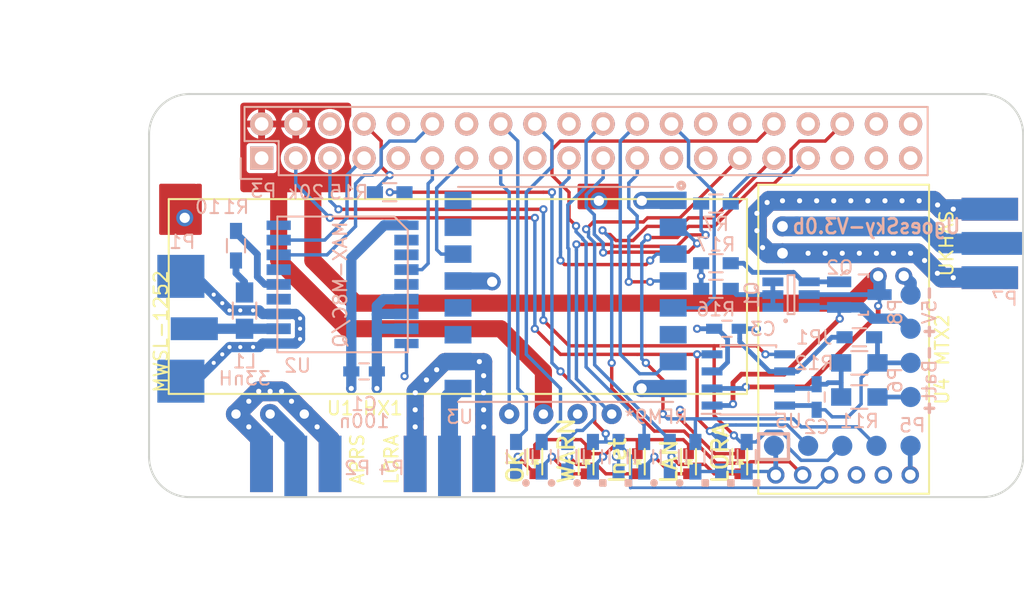
<source format=kicad_pcb>
(kicad_pcb (version 20221018) (generator pcbnew)
  (title_block (title "UgoesSky-V3.0b-PITS") (date "2018-05-09") (rev "A") (company "Jonas Gappert"))
  (layers (0 "F.Cu" jumper) (1 "In1.Cu" power) (2 "In2.Cu" power) (31 "B.Cu" signal) (34 "B.Paste" user) (35 "F.Paste" user) (36 "B.SilkS" user "B.Silkscreen") (37 "F.SilkS" user "F.Silkscreen") (38 "B.Mask" user) (39 "F.Mask" user) (44 "Edge.Cuts" user))
  (net 0 "")
  (net 1 "+3V3")
  (net 2 "/GPIO2(SDA1)")
  (net 3 "/GPIO3(SCL1)")
  (net 4 "GND")
  (net 5 "/GPIO4")
  (net 6 "/GPIO14(TXD0)")
  (net 7 "/GPIO15(RXD0)")
  (net 8 "/GPIO17")
  (net 9 "/GPIO18")
  (net 10 "/GPIO27")
  (net 11 "/GPIO22")
  (net 12 "/GPIO10(MOSI0)")
  (net 13 "/GPIO9(MISO0)")
  (net 14 "/GPIO25")
  (net 15 "/GPIO11(SCLK0)")
  (net 16 "/GPIO7(CE1)")
  (net 17 "/GPIO5")
  (net 18 "/GPIO6")
  (net 19 "/GPIO12")
  (net 20 "/GPIO13")
  (net 21 "/GPIO19(MISO1)")
  (net 22 "/GPIO16(CE2)")
  (net 23 "/GPIO26")
  (net 24 "/GPIO20(MOSI1)")
  (net 25 "/GPIO21(SCLK1)")
  (net 26 "Net-(C2-Pad1)")
  (net 27 "Net-(L1-Pad1)")
  (net 28 "Net-(L1-Pad2)")
  (net 29 "Net-(P4-Pad1)")
  (net 30 "Net-(R1-Pad1)")
  (net 31 "/D1")
  (net 32 "/D2")
  (net 33 "/D3")
  (net 34 "/D4")
  (net 35 "/D5")
  (net 36 "/MTX2-TXD")
  (net 37 "/HX1-TXD")
  (net 38 "/GPIO23")
  (net 39 "/GPIO24")
  (net 40 "/GPIO8(CE0)")
  (net 41 "/GPIO0(ID_SD)")
  (net 42 "/GPIO1(ID_SC)")
  (net 43 "Net-(U2-Pad5)")
  (net 44 "Net-(U2-Pad13)")
  (net 45 "Net-(U2-Pad15)")
  (net 46 "Net-(U2-Pad18)")
  (net 47 "Net-(U3-Pad6)")
  (net 48 "Net-(U4-Pad6)")
  (net 49 "Net-(U2-Pad2)")
  (net 50 "Net-(U2-Pad3)")
  (net 51 "Net-(C2-Pad2)")
  (net 52 "I_neg")
  (net 53 "I_pos")
  (net 54 "Net-(P6-Pad1)")
  (net 55 "Net-(P2-Pad1)")
  (net 56 "Net-(P7-Pad1)")
  (net 57 "Net-(Q1-Pad1)")
  (net 58 "Net-(Q1-Pad4)")
  (net 59 "Net-(U3-Pad11)")
  (net 60 "Net-(U3-Pad12)")
  (net 61 "Net-(U3-Pad15)")
  (net 62 "Net-(U3-Pad16)")
  (net 63 "Net-(U4-Pad7)")
  (footprint "Mounting_Holes:MountingHole_2.75mm" (layer "F.Cu") (at 58.5 75.5)
    (fp_text reference "REF**" hide)
    (fp_text value "MountingHole_2.75mm" hide)
  )
  (footprint "Mounting_Holes:MountingHole_2.75mm" (layer "F.Cu") (at 116.5 75.5)
    (fp_text reference "REF**" hide)
    (fp_text value "MountingHole_2.75mm" hide)
  )
  (footprint "Mounting_Holes:MountingHole_2.75mm" (layer "F.Cu") (at 116.5 52.5)
    (fp_text reference "REF**" hide)
    (fp_text value "MountingHole_2.75mm" hide)
  )
  (footprint "Mounting_Holes:MountingHole_2.75mm" (layer "F.Cu") (at 58.5 52.5)
    (fp_text reference "REF**" hide)
    (fp_text value "MountingHole_2.75mm" hide)
  )
  (footprint "RF_Modules:HX1_Horizontal" (layer "F.Cu") (at 61.465 72.82)
    (fp_text reference "U1")
    (fp_text value "HX1")
  )
  (footprint "RF_Modules:MTX2" (layer "F.Cu") (at 101.605 58.35 -90)
    (fp_text reference "U4")
    (fp_text value "MTX2")
  )
  (footprint "LEDs:LED_0603" (layer "F.Cu") (at 83.69 76.5157 -90)
    (fp_text reference "D1")
    (fp_text value "OK_Green")
  )
  (footprint "LEDs:LED_0603" (layer "F.Cu") (at 87.5 76.5157 -90)
    (fp_text reference "D2")
    (fp_text value "WARN_Red")
  )
  (footprint "LEDs:LED_0603" (layer "F.Cu") (at 91.31 76.5157 -90)
    (fp_text reference "D3")
    (fp_text value "Inet_Green")
  )
  (footprint "LEDs:LED_0603" (layer "F.Cu") (at 95.12 76.5157 -90)
    (fp_text reference "D4")
    (fp_text value "LAN_Yellow")
  )
  (footprint "LEDs:LED_0603" (layer "F.Cu") (at 98.93 76.5157 -90)
    (fp_text reference "D5")
    (fp_text value "LORA_Red")
  )
  (footprint "Mounting_Holes:Bohrung_3mm" (layer "F.Cu") (at 116.71 70.28)
    (fp_text reference "REF**" hide)
    (fp_text value "Bohrung_3mm" hide)
  )
  (footprint "Mounting_Holes:Bohrung_2mm" (layer "F.Cu") (at 116.075 67.105)
    (fp_text reference "REF**" hide)
    (fp_text value "Bohrung_2mm" hide)
  )
  (footprint "Mounting_Holes:Bohrung_2mm" (layer "F.Cu") (at 117.98 65.2)
    (fp_text reference "REF**" hide)
    (fp_text value "Bohrung_2mm" hide)
  )
  (footprint "Socket_Strips:Socket_Strip_Straight_2x20" (layer "B.Cu") (at 87.5 52.5)
    (fp_text reference "P3")
    (fp_text value "GPIO")
  )
  (footprint "Resistors_SMD:R_0805_HandSoldering" (layer "B.Cu") (at 62.1 65.12 90)
    (fp_text reference "L1")
    (fp_text value "33nH")
  )
  (footprint "TO_SOT_Packages_SMD:SOT-23_Handsoldering" (layer "B.Cu") (at 107.82 63.93 90)
    (fp_text reference "Q2")
    (fp_text value "DMP1045U")
  )
  (footprint "RF_Modules:MAX-M8" (layer "B.Cu") (at 74.14 58.77)
    (fp_text reference "U2")
    (fp_text value "MAX-M8C/Q")
  )
  (footprint "Housings_SOIC:SOIC-8_3.9x4.9mm_Pitch1.27mm" (layer "B.Cu") (at 99.565 70.28)
    (fp_text reference "U5")
    (fp_text value "MCP3426")
  )
  (footprint "RF_Modules:RFM9xW" (layer "B.Cu") (at 85.975 63.915 180)
    (fp_text reference "U3")
    (fp_text value "RFM9*")
  )
  (footprint "Capacitors_SMD:C_0603_HandSoldering" (layer "B.Cu") (at 97.975 66.47)
    (fp_text reference "C3")
    (fp_text value "100n")
  )
  (footprint "Resistors_SMD:R_0603_HandSoldering" (layer "B.Cu") (at 61.465 60.29 -90)
    (fp_text reference "R1")
    (fp_text value "10")
  )
  (footprint "Resistors_SMD:R_0603_HandSoldering" (layer "B.Cu") (at 72.895 56.31)
    (fp_text reference "R15")
    (fp_text value "20k")
  )
  (footprint "Resistors_SMD:R_0603_HandSoldering" (layer "B.Cu") (at 97.155 63.5 180)
    (fp_text reference "R16")
    (fp_text value "10k")
  )
  (footprint "Resistors_SMD:R_0603_HandSoldering" (layer "B.Cu") (at 82.293 75.995 -90)
    (fp_text reference "R2")
    (fp_text value "330")
  )
  (footprint "Resistors_SMD:R_0603_HandSoldering" (layer "B.Cu") (at 84.198 75.995 -90)
    (fp_text reference "R3")
    (fp_text value "330")
  )
  (footprint "Resistors_SMD:R_0603_HandSoldering" (layer "B.Cu") (at 97.155 61.595 180)
    (fp_text reference "R17")
    (fp_text value "47k")
  )
  (footprint "Resistors_SMD:R_0603_HandSoldering" (layer "B.Cu") (at 86.103 75.995 -90)
    (fp_text reference "R4")
    (fp_text value "330")
  )
  (footprint "Resistors_SMD:R_0603_HandSoldering" (layer "B.Cu") (at 91.818 75.995 -90)
    (fp_text reference "R5")
    (fp_text value "330")
  )
  (footprint "Resistors_SMD:R_0603_HandSoldering" (layer "B.Cu") (at 93.723 75.995 -90)
    (fp_text reference "R6")
    (fp_text value "330")
  )
  (footprint "Resistors_SMD:R_0603_HandSoldering" (layer "B.Cu") (at 97.155 57.15 180)
    (fp_text reference "R7")
    (fp_text value "20k")
  )
  (footprint "TO_SOT_Packages_SMD:SOT-23-6_Handsoldering" (layer "B.Cu") (at 102.74 63.93)
    (fp_text reference "Q1")
    (fp_text value "DMMT5401")
  )
  (footprint "Capacitors_SMD:C_0603_HandSoldering" (layer "B.Cu") (at 70.99 69.645 180)
    (fp_text reference "C1")
    (fp_text value "100n")
  )
  (footprint "Resistors_SMD:R_0603_HandSoldering" (layer "B.Cu") (at 88.008 75.995 -90)
    (fp_text reference "R14")
    (fp_text value "4k7")
  )
  (footprint "Resistors_SMD:R_0603_HandSoldering" (layer "B.Cu") (at 89.913 75.995 90)
    (fp_text reference "R13")
    (fp_text value "4k7")
  )
  (footprint "Connectors:SMA_Edge_small" (layer "B.Cu") (at 65.91 76.63 90)
    (fp_text reference "P2")
    (fp_text value "APRS")
  )
  (footprint "Connectors:SMA_Edge_small" (layer "B.Cu") (at 117.6244 60.12 180)
    (fp_text reference "P7")
    (fp_text value "UKHAS")
  )
  (footprint "Connectors:SMA_Edge_small" (layer "B.Cu") (at 77.34 76.63 90)
    (fp_text reference "P4")
    (fp_text value "LORA")
  )
  (footprint "Resistors_SMD:R_0603_HandSoldering" (layer "B.Cu") (at 95.628 75.995 90)
    (fp_text reference "R10")
    (fp_text value "4k7")
  )
  (footprint "Resistors_SMD:R_0603_HandSoldering" (layer "B.Cu") (at 97.536 75.995 90)
    (fp_text reference "R8")
    (fp_text value "4k7")
  )
  (footprint "Resistors_SMD:R_0603_HandSoldering" (layer "B.Cu") (at 99.441 75.995 90)
    (fp_text reference "R9")
    (fp_text value "4k7")
  )
  (footprint "RF_Modules:MWSL1252" (layer "B.Cu") (at 55.115 66.47 -90)
    (fp_text reference "P1")
    (fp_text value "MWSL-1252")
  )
  (footprint "Capacitors_SMD:C_0603_HandSoldering" (layer "B.Cu") (at 104.645 71.55 -90)
    (fp_text reference "C2")
    (fp_text value "100n")
  )
  (footprint "Resistors_SMD:R_0603_HandSoldering" (layer "B.Cu") (at 107.82 67.105 180)
    (fp_text reference "JP1")
    (fp_text value "CH2- to GND")
  )
  (footprint "Resistors_SMD:R_0805_HandSoldering" (layer "B.Cu") (at 107.82 71.55 180)
    (fp_text reference "R11")
    (fp_text value "15k")
  )
  (footprint "Resistors_SMD:R_0805_HandSoldering" (layer "B.Cu") (at 107.82 69.01)
    (fp_text reference "R12")
    (fp_text value "10k")
  )
  (footprint "Connectors:SMD_2_xsmall" (layer "B.Cu") (at 111.63 71.55 90)
    (fp_text reference "P6")
    (fp_text value "Batt")
  )
  (footprint "Connectors:SMD_5_xsmall" (layer "B.Cu") (at 101.47 75.184)
    (fp_text reference "P5")
    (fp_text value "SENSOR")
  )
  (footprint "Connectors:SMD_2_xsmall" (layer "B.Cu") (at 111.63 66.47 90)
    (fp_text reference "P8")
    (fp_text value "5V")
  )
  (gr_line (start 90.4875 78.105) (end 90.4875 77.7875) (stroke (width 0.25)) (layer "B.SilkS"))
  (gr_line (start 96.2025 78.105) (end 96.2025 77.7875) (stroke (width 0.25)) (layer "B.SilkS"))
  (gr_line (start 98.1075 78.105) (end 98.1075 77.7875) (stroke (width 0.25)) (layer "B.SilkS"))
  (gr_line (start 100.0125 78.105) (end 100.0125 77.7875) (stroke (width 0.25)) (layer "B.SilkS"))
  (gr_line (start 90.805 78.105) (end 90.4875 78.105) (stroke (width 0.25)) (layer "B.SilkS"))
  (gr_line (start 96.52 78.105) (end 96.2025 78.105) (stroke (width 0.25)) (layer "B.SilkS"))
  (gr_line (start 98.425 78.105) (end 98.1075 78.105) (stroke (width 0.25)) (layer "B.SilkS"))
  (gr_line (start 100.33 78.105) (end 100.0125 78.105) (stroke (width 0.25)) (layer "B.SilkS"))
  (gr_line (start 90.805 77.7875) (end 90.805 78.105) (stroke (width 0.25)) (layer "B.SilkS"))
  (gr_line (start 96.52 77.7875) (end 96.52 78.105) (stroke (width 0.25)) (layer "B.SilkS"))
  (gr_line (start 98.425 77.7875) (end 98.425 78.105) (stroke (width 0.25)) (layer "B.SilkS"))
  (gr_line (start 100.33 77.7875) (end 100.33 78.105) (stroke (width 0.25)) (layer "B.SilkS"))
  (gr_line (start 90.4875 77.7875) (end 90.805 78.105) (stroke (width 0.25)) (layer "B.SilkS"))
  (gr_line (start 96.2025 77.7875) (end 96.52 78.105) (stroke (width 0.25)) (layer "B.SilkS"))
  (gr_line (start 98.1075 77.7875) (end 98.425 78.105) (stroke (width 0.25)) (layer "B.SilkS"))
  (gr_line (start 100.0125 77.7875) (end 100.33 78.105) (stroke (width 0.25)) (layer "B.SilkS"))
  (gr_line (start 90.4875 77.7875) (end 90.805 77.7875) (stroke (width 0.25)) (layer "B.SilkS"))
  (gr_line (start 96.2025 77.7875) (end 96.52 77.7875) (stroke (width 0.25)) (layer "B.SilkS"))
  (gr_line (start 98.1075 77.7875) (end 98.425 77.7875) (stroke (width 0.25)) (layer "B.SilkS"))
  (gr_line (start 100.0125 77.7875) (end 100.33 77.7875) (stroke (width 0.25)) (layer "B.SilkS"))
  (gr_line (start 84.93125 77.7875) (end 84.93125 78.105) (stroke (width 0.25)) (layer "B.SilkS"))
  (gr_line (start 86.83625 77.7875) (end 86.83625 78.105) (stroke (width 0.25)) (layer "B.SilkS"))
  (gr_line (start 92.55125 77.7875) (end 92.55125 78.105) (stroke (width 0.25)) (layer "B.SilkS"))
  (gr_line (start 94.45625 77.7875) (end 94.45625 78.105) (stroke (width 0.25)) (layer "B.SilkS"))
  (gr_circle (center 84.93125 77.94625) (end 84.7725 77.94625) (stroke (width 0.25)) (fill none) (layer "B.SilkS"))
  (gr_circle (center 86.83625 77.94625) (end 86.6775 77.94625) (stroke (width 0.25)) (fill none) (layer "B.SilkS"))
  (gr_circle (center 92.55125 77.94625) (end 92.3925 77.94625) (stroke (width 0.25)) (fill none) (layer "B.SilkS"))
  (gr_circle (center 94.45625 77.94625) (end 94.2975 77.94625) (stroke (width 0.25)) (fill none) (layer "B.SilkS"))
  (gr_line (start 88.5825 77.7875) (end 88.9 78.105) (stroke (width 0.25)) (layer "B.SilkS"))
  (gr_line (start 88.5825 77.7875) (end 88.9 77.7875) (stroke (width 0.25)) (layer "B.SilkS"))
  (gr_line (start 83.02625 77.7875) (end 83.02625 78.105) (stroke (width 0.25)) (layer "B.SilkS"))
  (gr_line (start 113.03 72.0725) (end 113.03 72.7075) (stroke (width 0.25)) (layer "B.SilkS"))
  (gr_line (start 102.5525 74.295) (end 100.6475 74.295) (stroke (width 0.25)) (layer "B.SilkS"))
  (gr_circle (center 83.02625 77.94625) (end 82.8675 77.94625) (stroke (width 0.25)) (fill none) (layer "B.SilkS"))
  (gr_line (start 112.7125 66.675) (end 113.3475 66.675) (stroke (width 0.25)) (layer "B.SilkS"))
  (gr_line (start 113.03 66.3575) (end 113.03 66.9925) (stroke (width 0.25)) (layer "B.SilkS"))
  (gr_line (start 88.5825 78.105) (end 88.5825 77.7875) (stroke (width 0.25)) (layer "B.SilkS"))
  (gr_line (start 88.9 78.105) (end 88.5825 78.105) (stroke (width 0.25)) (layer "B.SilkS"))
  (gr_line (start 102.5525 76.2) (end 102.5525 74.295) (stroke (width 0.25)) (layer "B.SilkS"))
  (gr_line (start 100.6475 74.295) (end 100.33 74.295) (stroke (width 0.25)) (layer "B.SilkS"))
  (gr_line (start 88.9 77.7875) (end 88.9 78.105) (stroke (width 0.25)) (layer "B.SilkS"))
  (gr_line (start 113.03 68.58) (end 113.03 67.945) (stroke (width 0.25)) (layer "B.SilkS"))
  (gr_line (start 112.7125 72.39) (end 113.3475 72.39) (stroke (width 0.25)) (layer "B.SilkS"))
  (gr_line (start 100.33 76.2) (end 102.5525 76.2) (stroke (width 0.25)) (layer "B.SilkS"))
  (gr_line (start 100.33 74.295) (end 100.33 76.2) (stroke (width 0.25)) (layer "B.SilkS"))
  (gr_line (start 113.03 64.135) (end 113.03 63.5) (stroke (width 0.25)) (layer "B.SilkS"))
  (gr_arc (start 120 76) (mid 119.12132 78.12132) (end 117 79) (stroke (width 0.15)) (layer "Edge.Cuts"))
  (gr_arc (start 55 52) (mid 55.87868 49.87868) (end 58 49) (stroke (width 0.15)) (layer "Edge.Cuts"))
  (gr_arc (start 117 49) (mid 119.12132 49.87868) (end 120 52) (stroke (width 0.15)) (layer "Edge.Cuts"))
  (gr_line (start 58 79) (end 117 79) (stroke (width 0.15)) (layer "Edge.Cuts"))
  (gr_line (start 55 76) (end 55 52) (stroke (width 0.15)) (layer "Edge.Cuts"))
  (gr_line (start 120 76) (end 120 52) (stroke (width 0.15)) (layer "Edge.Cuts"))
  (gr_arc (start 58 79) (mid 55.87868 78.12132) (end 55 76) (stroke (width 0.15)) (layer "Edge.Cuts"))
  (gr_line (start 117 49) (end 58 49) (stroke (width 0.15)) (layer "Edge.Cuts"))
  (gr_text "UgoesSky-V3.0b" (at 109.09 58.85) (layer "B.SilkS") (effects (font (size 1.1 1) (thickness 0.2)) (justify mirror)))
  (gr_text "WARN" (at 86.0425 78.105 90) (layer "F.SilkS") (effects (font (size 1.2 1.2) (thickness 0.2)) (justify left)))
  (gr_text "LORA" (at 97.4725 78.105 90) (layer "F.SilkS") (effects (font (size 1.2 1.2) (thickness 0.2)) (justify left)))
  (gr_text "OK" (at 82.2325 78.105 90) (layer "F.SilkS") (effects (font (size 1.2 1.2) (thickness 0.2)) (justify left)))
  (gr_text "LAN" (at 93.6625 78.105 90) (layer "F.SilkS") (effects (font (size 1.2 1.2) (thickness 0.2)) (justify left)))
  (gr_text "Inet" (at 89.8525 78.105 90) (layer "F.SilkS") (effects (font (size 1.2 1.2) (thickness 0.2)) (justify left)))
  (via (at 80.515 62.9775) (size 1.27) (drill 0.762) (layers "F.Cu" "B.Cu") (net 1))
  (via (at 71.9425 70.915) (size 0.762) (drill 0.381) (layers "F.Cu" "B.Cu") (net 1))
  (via (at 74 70) (size 0.6096) (drill 0.3048) (layers "F.Cu" "B.Cu") (net 1))
  (via (at 89.7225 75.995) (size 0.6096) (drill 0.3048) (layers "F.Cu" "B.Cu") (net 1))
  (via (at 95.755 66.47) (size 0.6096) (drill 0.3048) (layers "F.Cu" "B.Cu") (net 1))
  (segment (start 98.021001 67.241001) (end 97.25 66.47) (width 0.3556) (layer "B.Cu") (net 1))
  (segment (start 101.47 77.215) (end 101.605 77.35) (width 0.3556) (layer "B.Cu") (net 1))
  (segment (start 101.35 77.095) (end 101.605 77.35) (width 0.254) (layer "B.Cu") (net 1))
  (segment (start 71.94 70.9125) (end 71.9425 70.915) (width 0.762) (layer "B.Cu") (net 1))
  (segment (start 74.14 67.57) (end 74.14 69.86) (width 0.254) (layer "B.Cu") (net 1))
  (segment (start 71.94 66.675) (end 71.94 65.405) (width 0.762) (layer "B.Cu") (net 1))
  (segment (start 89.913 77.095) (end 89.913 76.1855) (width 0.254) (layer "B.Cu") (net 1))
  (segment (start 99.441 77.095) (end 101.35 77.095) (width 0.254) (layer "B.Cu") (net 1))
  (segment (start 101.605 75.319) (end 101.47 75.184) (width 0.3556) (layer "B.Cu") (net 1))
  (segment (start 71.94 65.405) (end 71.94 64.77) (width 0.762) (layer "B.Cu") (net 1))
  (segment (start 89.913 76.1855) (end 89.7225 75.995) (width 0.254) (layer "B.Cu") (net 1))
  (segment (start 97.34 69.645) (end 98.021001 68.963999) (width 0.3556) (layer "B.Cu") (net 1))
  (segment (start 80.4525 62.915) (end 80.515 62.9775) (width 1.27) (layer "B.Cu") (net 1))
  (segment (start 101.605 77.35) (end 101.605 75.319) (width 0.3556) (layer "B.Cu") (net 1))
  (segment (start 71.94 69.645) (end 71.94 67.6275) (width 0.762) (layer "B.Cu") (net 1))
  (segment (start 74.14 69.86) (end 74 70) (width 0.254) (layer "B.Cu") (net 1))
  (segment (start 71.94 69.645) (end 71.94 70.9125) (width 0.762) (layer "B.Cu") (net 1))
  (segment (start 74.14 64.27) (end 72.44 64.27) (width 0.762) (layer "B.Cu") (net 1))
  (segment (start 98.021001 68.963999) (end 98.021001 67.241001) (width 0.3556) (layer "B.Cu") (net 1))
  (segment (start 97.025 66.47) (end 95.755 66.47) (width 0.3556) (layer "B.Cu") (net 1))
  (segment (start 97.536 77.095) (end 99.441 77.095) (width 0.254) (layer "B.Cu") (net 1))
  (segment (start 72.44 64.27) (end 71.94 64.77) (width 0.762) (layer "B.Cu") (net 1))
  (segment (start 71.975 65.37) (end 71.94 65.405) (width 0.762) (layer "B.Cu") (net 1))
  (segment (start 95.628 77.095) (end 97.536 77.095) (width 0.254) (layer "B.Cu") (net 1))
  (segment (start 71.94 67.6275) (end 71.94 66.675) (width 0.762) (layer "B.Cu") (net 1))
  (segment (start 96.865 69.645) (end 97.34 69.645) (width 0.3556) (layer "B.Cu") (net 1))
  (segment (start 74.14 65.37) (end 71.975 65.37) (width 0.762) (layer "B.Cu") (net 1))
  (segment (start 77.975 62.915) (end 80.4525 62.915) (width 1.27) (layer "B.Cu") (net 1))
  (segment (start 72.145 66.47) (end 71.94 66.675) (width 0.762) (layer "B.Cu") (net 1))
  (segment (start 74.14 66.47) (end 72.145 66.47) (width 0.762) (layer "B.Cu") (net 1))
  (segment (start 97.25 66.47) (end 97.025 66.47) (width 0.3556) (layer "B.Cu") (net 1))
  (segment (start 84.325 67.105) (end 83.69 66.47) (width 0.254) (layer "F.Cu") (net 2))
  (segment (start 84.96 67.74) (end 84.325 67.105) (width 0.254) (layer "F.Cu") (net 2))
  (segment (start 96.7075 74.09) (end 95.755 73.1375) (width 0.254) (layer "F.Cu") (net 2))
  (segment (start 95.755 68.375) (end 91.31 68.375) (width 0.254) (layer "F.Cu") (net 2))
  (segment (start 91.31 68.375) (end 85.595 68.375) (width 0.254) (layer "F.Cu") (net 2))
  (segment (start 85.595 68.375) (end 84.96 67.74) (width 0.254) (layer "F.Cu") (net 2))
  (segment (start 68.45 58.215) (end 83.69 58.215) (width 0.254) (layer "F.Cu") (net 2))
  (segment (start 95.755 73.1375) (end 95.755 68.375) (width 0.254) (layer "F.Cu") (net 2))
  (via (at 96.7075 74.09) (size 0.6096) (drill 0.3048) (layers "F.Cu" "B.Cu") (net 2))
  (via (at 83.69 66.47) (size 0.6096) (drill 0.3048) (layers "F.Cu" "B.Cu") (net 2))
  (via (at 83.69 58.215) (size 0.6096) (drill 0.3048) (layers "F.Cu" "B.Cu") (net 2))
  (via (at 95.755 68.375) (size 0.6096) (drill 0.3048) (layers "F.Cu" "B.Cu") (net 2))
  (via (at 68.45 58.215) (size 0.6096) (drill 0.3048) (layers "F.Cu" "B.Cu") (net 2))
  (segment (start 97.536 74.895) (end 97.536 74.745) (width 0.254) (layer "B.Cu") (net 2))
  (segment (start 83.69 66.47) (end 83.69 58.215) (width 0.254) (layer "B.Cu") (net 2))
  (segment (start 97.536 74.895) (end 97.5125 74.895) (width 0.254) (layer "B.Cu") (net 2))
  (segment (start 103.260001 74.434001) (end 104.01 75.184) (width 0.254) (layer "B.Cu") (net 2))
  (segment (start 98.648211 73.632789) (end 102.458789 73.632789) (width 0.254) (layer "B.Cu") (net 2))
  (segment (start 65.91 55.675) (end 68.45 58.215) (width 0.254) (layer "B.Cu") (net 2))
  (segment (start 65.91 53.77) (end 65.91 55.675) (width 0.254) (layer "B.Cu") (net 2))
  (segment (start 102.458789 73.632789) (end 103.260001 74.434001) (width 0.254) (layer "B.Cu") (net 2))
  (segment (start 97.5125 74.895) (end 96.7075 74.09) (width 0.254) (layer "B.Cu") (net 2))
  (segment (start 96.865 68.375) (end 95.755 68.375) (width 0.254) (layer "B.Cu") (net 2))
  (segment (start 97.164711 73.632789) (end 96.7075 74.09) (width 0.254) (layer "B.Cu") (net 2))
  (segment (start 98.648211 73.632789) (end 97.164711 73.632789) (width 0.254) (layer "B.Cu") (net 2))
  (segment (start 100.2 67.74) (end 100.835 68.375) (width 0.254) (layer "F.Cu") (net 3))
  (segment (start 84.325 57.58) (end 69.085 57.58) (width 0.254) (layer "F.Cu") (net 3))
  (segment (start 91.945 67.74) (end 86.23 67.74) (width 0.254) (layer "F.Cu") (net 3))
  (segment (start 91.945 67.74) (end 97.025 67.74) (width 0.254) (layer "F.Cu") (net 3))
  (segment (start 85.595 67.105) (end 84.96 66.47) (width 0.254) (layer "F.Cu") (net 3))
  (segment (start 84.96 66.47) (end 84.325 65.835) (width 0.254) (layer "F.Cu") (net 3))
  (segment (start 97.025 67.74) (end 97.025 72.938498) (width 0.254) (layer "F.Cu") (net 3))
  (segment (start 98.494002 74.4075) (end 97.025 72.938498) (width 0.254) (layer "F.Cu") (net 3))
  (segment (start 68.442451 53.777549) (end 68.45 53.77) (width 0.3556) (layer "F.Cu") (net 3))
  (segment (start 86.23 67.74) (end 85.595 67.105) (width 0.254) (layer "F.Cu") (net 3))
  (segment (start 97.025 67.74) (end 100.2 67.74) (width 0.254) (layer "F.Cu") (net 3))
  (via (at 69.085 57.58) (size 0.6096) (drill 0.3048) (layers "F.Cu" "B.Cu") (net 3))
  (via (at 84.325 57.58) (size 0.6096) (drill 0.3048) (layers "F.Cu" "B.Cu") (net 3))
  (via (at 98.494002 74.4075) (size 0.6096) (drill 0.3048) (layers "F.Cu" "B.Cu") (net 3))
  (via (at 84.325 65.835) (size 0.6096) (drill 0.3048) (layers "F.Cu" "B.Cu") (net 3))
  (via (at 100.835 68.375) (size 0.6096) (drill 0.3048) (layers "F.Cu" "B.Cu") (net 3))
  (segment (start 99.441 74.895) (end 98.981502 74.895) (width 0.254) (layer "B.Cu") (net 3))
  (segment (start 100.835 68.375) (end 102.265 68.375) (width 0.254) (layer "B.Cu") (net 3))
  (segment (start 68.45 53.77) (end 68.45 56.945) (width 0.254) (layer "B.Cu") (net 3))
  (segment (start 98.981502 74.895) (end 98.494002 74.4075) (width 0.254) (layer "B.Cu") (net 3))
  (segment (start 102.550201 75.322899) (end 102.550201 74.665503) (width 0.254) (layer "B.Cu") (net 3))
  (segment (start 68.45 56.945) (end 69.085 57.58) (width 0.254) (layer "B.Cu") (net 3))
  (segment (start 101.988497 74.103799) (end 100.936201 74.103799) (width 0.254) (layer "B.Cu") (net 3))
  (segment (start 84.325 65.835) (end 84.325 57.58) (width 0.254) (layer "B.Cu") (net 3))
  (segment (start 100.145 74.895) (end 99.441 74.895) (width 0.254) (layer "B.Cu") (net 3))
  (segment (start 106.55 75.184) (end 105.469799 76.264201) (width 0.254) (layer "B.Cu") (net 3))
  (segment (start 100.936201 74.103799) (end 100.145 74.895) (width 0.254) (layer "B.Cu") (net 3))
  (segment (start 105.469799 76.264201) (end 103.491503 76.264201) (width 0.254) (layer "B.Cu") (net 3))
  (segment (start 103.491503 76.264201) (end 102.550201 75.322899) (width 0.254) (layer "B.Cu") (net 3))
  (segment (start 102.550201 74.665503) (end 101.988497 74.103799) (width 0.254) (layer "B.Cu") (net 3))
  (segment (start 68.46 76.53) (end 68.46 74.735) (width 1.4732) (layer "F.Cu") (net 4))
  (segment (start 63.36 76.53) (end 63.36 74.715) (width 1.4732) (layer "F.Cu") (net 4))
  (segment (start 65.795001 72.070001) (end 66.545 72.82) (width 1.4732) (layer "F.Cu") (net 4))
  (segment (start 63.154801 71.130199) (end 64.855199 71.130199) (width 1.4732) (layer "F.Cu") (net 4))
  (segment (start 61.465 72.82) (end 63.154801 71.130199) (width 1.4732) (layer "F.Cu") (net 4))
  (segment (start 64.855199 71.130199) (end 65.795001 72.070001) (width 1.4732) (layer "F.Cu") (net 4))
  (segment (start 74.79 71.118201) (end 74.79 71.55) (width 1.27) (layer "F.Cu") (net 4))
  (segment (start 74.79 73.16) (end 74.79 76.53) (width 1.27) (layer "F.Cu") (net 4))
  (segment (start 74.79 71.55) (end 74.79 73.16) (width 1.27) (layer "F.Cu") (net 4))
  (segment (start 79.89 76.53) (end 79.89 72.175) (width 1.27) (layer "F.Cu") (net 4))
  (segment (start 65.5925 71.8675) (end 65.795001 72.070001) (width 1.4732) (layer "F.Cu") (net 4))
  (segment (start 113.9512 57.57) (end 113.3262 56.945) (width 1.4732) (layer "F.Cu") (net 4))
  (segment (start 63.36 74.715) (end 62.4175 73.7725) (width 1.4732) (layer "F.Cu") (net 4))
  (segment (start 84.07862 74.725) (end 87.11138 74.725) (width 0.254) (layer "F.Cu") (net 4))
  (segment (start 87.5 75.7664) (end 88.5414 75.7664) (width 0.254) (layer "F.Cu") (net 4))
  (segment (start 101.04434 60.85) (end 100.2 60.00566) (width 1.4732) (layer "F.Cu") (net 4))
  (segment (start 117.5244 57.57) (end 114.805 57.57) (width 1.4732) (layer "F.Cu") (net 4))
  (segment (start 117.5244 62.67) (end 114.805 62.67) (width 1.4732) (layer "F.Cu") (net 4))
  (segment (start 102.105 60.85) (end 101.04434 60.85) (width 1.4732) (layer "F.Cu") (net 4))
  (segment (start 68.46 74.735) (end 67.4975 73.7725) (width 1.4732) (layer "F.Cu") (net 4))
  (segment (start 113.3262 56.945) (end 112.265 56.945) (width 1.4732) (layer "F.Cu") (net 4))
  (segment (start 67.4975 73.7725) (end 66.545 72.82) (width 1.4732) (layer "F.Cu") (net 4))
  (segment (start 105.28 60.85) (end 106.55 60.85) (width 1.4732) (layer "F.Cu") (net 4))
  (segment (start 62.4175 73.7725) (end 61.465 72.82) (width 1.4732) (layer "F.Cu") (net 4))
  (segment (start 76.993201 68.915) (end 76.3875 69.520701) (width 1.27) (layer "F.Cu") (net 4))
  (segment (start 113.6237 62.3425) (end 112.6712 61.39) (width 1.4732) (layer "F.Cu") (net 4))
  (segment (start 94.485 73.174526) (end 94.485 72.5025) (width 0.254) (layer "F.Cu") (net 4))
  (segment (start 107.82 60.85) (end 109.09 60.85) (width 1.4732) (layer "F.Cu") (net 4))
  (segment (start 100.2 60.00566) (end 100.2 59.1675) (width 1.4732) (layer "F.Cu") (net 4))
  (segment (start 94.73138 74.725) (end 91.69862 74.725) (width 0.254) (layer "F.Cu") (net 4))
  (segment (start 79.88 68.915) (end 76.993201 68.915) (width 1.27) (layer "F.Cu") (net 4))
  (segment (start 91.44 74.725) (end 90.04 74.725) (width 0.254) (layer "F.Cu") (net 4))
  (segment (start 91.69862 74.725) (end 91.44 74.725) (width 0.254) (layer "F.Cu") (net 4))
  (segment (start 97.076874 75.7664) (end 94.485 73.174526) (width 0.254) (layer "F.Cu") (net 4))
  (segment (start 83.69 75.11362) (end 84.07862 74.725) (width 0.254) (layer "F.Cu") (net 4))
  (segment (start 88.5414 75.7664) (end 88.77 75.995) (width 0.254) (layer "F.Cu") (net 4))
  (segment (start 95.12 75.7664) (end 95.12 75.11362) (width 0.254) (layer "F.Cu") (net 4))
  (segment (start 98.93 75.7664) (end 97.076874 75.7664) (width 0.254) (layer "F.Cu") (net 4))
  (segment (start 79.88 72.165) (end 79.88 68.915) (width 1.27) (layer "F.Cu") (net 4))
  (segment (start 112.6712 61.39) (end 112.1312 60.85) (width 1.4732) (layer "F.Cu") (net 4))
  (segment (start 91.31 74.855) (end 91.44 74.725) (width 0.254) (layer "F.Cu") (net 4))
  (segment (start 101.132774 56.945) (end 111.63 56.945) (width 1.4732) (layer "F.Cu") (net 4))
  (segment (start 104.01 60.85) (end 105.28 60.85) (width 1.4732) (layer "F.Cu") (net 4))
  (segment (start 111.63 56.945) (end 112.265 56.945) (width 1.4732) (layer "F.Cu") (net 4))
  (segment (start 111.605 77.35) (end 111.605 77.315) (width 1.27) (layer "F.Cu") (net 4))
  (segment (start 95.12 75.11362) (end 94.73138 74.725) (width 0.254) (layer "F.Cu") (net 4))
  (segment (start 114.805 62.67) (end 113.9512 62.67) (width 1.4732) (layer "F.Cu") (net 4))
  (segment (start 113.9512 62.67) (end 113.6237 62.3425) (width 1.4732) (layer "F.Cu") (net 4))
  (segment (start 91.31 75.7664) (end 91.31 74.855) (width 0.254) (layer "F.Cu") (net 4))
  (segment (start 76.3875 69.520701) (end 75.628201 70.28) (width 1.27) (layer "F.Cu") (net 4))
  (segment (start 107.315 60.85) (end 107.82 60.85) (width 1.4732) (layer "F.Cu") (net 4))
  (segment (start 87.5 75.11362) (end 87.5 75.7664) (width 0.254) (layer "F.Cu") (net 4))
  (segment (start 114.805 57.57) (end 113.9512 57.57) (width 1.4732) (layer "F.Cu") (net 4))
  (segment (start 110.995 60.85) (end 112.1312 60.85) (width 1.4732) (layer "F.Cu") (net 4))
  (segment (start 102.105 60.85) (end 104.01 60.85) (width 1.4732) (layer "F.Cu") (net 4))
  (segment (start 90.04 74.725) (end 88.77 75.995) (width 0.254) (layer "F.Cu") (net 4))
  (segment (start 100.2 57.877774) (end 101.132774 56.945) (width 1.4732) (layer "F.Cu") (net 4))
  (segment (start 75.628201 70.28) (end 74.79 71.118201) (width 1.27) (layer "F.Cu") (net 4))
  (segment (start 109.09 60.85) (end 110.36 60.85) (width 1.4732) (layer "F.Cu") (net 4))
  (segment (start 110.995 60.85) (end 110.36 60.85) (width 1.4732) (layer "F.Cu") (net 4))
  (segment (start 106.55 60.85) (end 107.315 60.85) (width 1.4732) (layer "F.Cu") (net 4))
  (segment (start 87.11138 74.725) (end 87.5 75.11362) (width 0.254) (layer "F.Cu") (net 4))
  (segment (start 83.69 75.7664) (end 83.69 75.11362) (width 0.254) (layer "F.Cu") (net 4))
  (segment (start 100.2 59.1675) (end 100.2 57.877774) (width 1.4732) (layer "F.Cu") (net 4))
  (via (at 76.3875 69.520701) (size 0.762) (drill 0.381) (layers "F.Cu" "B.Cu") (net 4))
  (via (at 91.64021 56.945) (size 1.27) (drill 0.762) (layers "F.Cu" "B.Cu") (net 4))
  (via (at 110.995 56.945) (size 0.762) (drill 0.381) (layers "F.Cu" "B.Cu") (net 4))
  (via (at 108.455 56.945) (size 0.762) (drill 0.381) (layers "F.Cu" "B.Cu") (net 4))
  (via (at 106.55 60.85) (size 0.762) (drill 0.381) (layers "F.Cu" "B.Cu") (net 4))
  (via (at 100.962003 57.071997) (size 0.762) (drill 0.381) (layers "F.Cu" "B.Cu") (net 4))
  (via (at 66.2275 67.234062) (size 0.6096) (drill 0.3048) (layers "F.Cu" "B.Cu") (net 4))
  (via (at 60.982639 65.104201) (size 0.6096) (drill 0.3048) (layers "F.Cu" "B.Cu") (net 4))
  (via (at 104.01 60.85) (size 0.762) (drill 0.381) (layers "F.Cu" "B.Cu") (net 4))
  (via (at 59.808438 69.01) (size 0.6096) (drill 0.3048) (layers "F.Cu" "B.Cu") (net 4))
  (via (at 103.375 56.945) (size 0.762) (drill 0.381) (layers "F.Cu" "B.Cu") (net 4))
  (via (at 88.4525 56.945) (size 1.27) (drill 0.762) (layers "F.Cu" "B.Cu") (net 4))
  (via (at 62.735 67.835799) (size 0.6096) (drill 0.3048) (layers "F.Cu" "B.Cu") (net 4))
  (via (at 104.645 56.945) (size 0.762) (drill 0.381) (layers "F.Cu" "B.Cu") (net 4))
  (via (at 102.105 56.945) (size 0.762) (drill 0.381) (layers "F.Cu" "B.Cu") (net 4))
  (via (at 64.855199 71.130199) (size 0.762) (drill 0.381) (layers "F.Cu" "B.Cu") (net 4))
  (via (at 60.982639 67.835799) (size 0.6096) (drill 0.3048) (layers "F.Cu" "B.Cu") (net 4))
  (via (at 109.725 56.945) (size 0.762) (drill 0.381) (layers "F.Cu" "B.Cu") (net 4))
  (via (at 75.628201 70.28) (size 0.762) (drill 0.381) (layers "F.Cu" "B.Cu") (net 4))
  (via (at 61.7825 67.835799) (size 0.6096) (drill 0.3048) (layers "F.Cu" "B.Cu") (net 4))
  (via (at 62.735 65.104201) (size 0.6096) (drill 0.3048) (layers "F.Cu" "B.Cu") (net 4))
  (via (at 62.4175 71.8675) (size 0.762) (drill 0.381) (layers "F.Cu" "B.Cu") (net 4))
  (via (at 60.443438 64.565) (size 0.6096) (drill 0.3048) (layers "F.Cu" "B.Cu") (net 4))
  (via (at 64.005 71.130199) (size 0.762) (drill 0.381) (layers "F.Cu" "B.Cu") (net 4))
  (via (at 100.2 57.877774) (size 0.762) (drill 0.381) (layers "F.Cu" "B.Cu") (net 4))
  (via (at 70.0375 70.915) (size 0.762) (drill 0.381) (layers "F.Cu" "B.Cu") (net 4))
  (via (at 113.6237 62.3425) (size 0.762) (drill 0.381) (layers "F.Cu" "B.Cu") (net 4))
  (via (at 66.2275 65.705938) (size 0.6096) (drill 0.3048) (layers "F.Cu" "B.Cu") (net 4))
  (via (at 112.6712 61.39) (size 0.762) (drill 0.381) (layers "F.Cu" "B.Cu") (net 4))
  (via (at 91.6275 70.915) (size 1.27) (drill 0.762) (layers "F.Cu" "B.Cu") (net 4))
  (via (at 79.88 69.9625) (size 0.762) (drill 0.381) (layers "F.Cu" "B.Cu") (net 4))
  (via (at 88.77 75.995) (size 0.6096) (drill 0.3048) (layers "F.Cu" "B.Cu") (net 4))
  (via (at 114.805 57.57) (size 0.762) (drill 0.381) (layers "F.Cu" "B.Cu") (net 4))
  (via (at 60.443438 68.375) (size 0.6096) (drill 0.3048) (layers "F.Cu" "B.Cu") (net 4))
  (via (at 105.28 60.85) (size 0.762) (drill 0.381) (layers "F.Cu" "B.Cu") (net 4))
  (via (at 66.2275 66.47) (size 0.6096) (drill 0.3048) (layers "F.Cu" "B.Cu") (net 4))
  (via (at 96.055 62.5475) (size 0.6096) (drill 0.3048) (layers "F.Cu" "B.Cu") (net 4))
  (via (at 113.638711 57.257493) (size 0.762) (drill 0.381) (layers "F.Cu" "B.Cu") (net 4))
  (via (at 94.485 72.5025) (size 0.6096) (drill 0.3048) (layers "F.Cu" "B.Cu") (net 4))
  (via (at 74.79 73.7725) (size 0.762) (drill 0.381) (layers "F.Cu" "B.Cu") (net 4))
  (via (at 74.8 71.2325) (size 0.762) (drill 0.381) (layers "F.Cu" "B.Cu") (net 4))
  (via (at 109.09 60.85) (size 0.762) (drill 0.381) (layers "F.Cu" "B.Cu") (net 4))
  (via (at 107.82 60.85) (size 0.762) (drill 0.381) (layers "F.Cu" "B.Cu") (net 4))
  (via (at 111.63 60.85) (size 0.762) (drill 0.381) (layers "F.Cu" "B.Cu") (net 4))
  (via (at 105.915 56.945) (size 0.762) (drill 0.381) (layers "F.Cu" "B.Cu") (net 4))
  (via (at 63.154801 71.130199) (size 0.762) (drill 0.381) (layers "F.Cu" "B.Cu") (net 4))
  (via (at 112.265 56.945) (size 0.762) (drill 0.381) (layers "F.Cu" "B.Cu") (net 4))
  (via (at 65.5925 71.8675) (size 0.762) (drill 0.381) (layers "F.Cu" "B.Cu") (net 4))
  (via (at 62.4175 73.7725) (size 0.762) (drill 0.381) (layers "F.Cu" "B.Cu") (net 4))
  (via (at 111.125 62.5475) (size 1.27) (drill 0.762) (layers "F.Cu" "B.Cu") (net 4))
  (via (at 79.88 72.5025) (size 0.762) (drill 0.381) (layers "F.Cu" "B.Cu") (net 4))
  (via (at 107.185 56.945) (size 0.762) (drill 0.381) (layers "F.Cu" "B.Cu") (net 4))
  (via (at 100.2 66.47) (size 0.6096) (drill 0.3048) (layers "F.Cu" "B.Cu") (net 4))
  (via (at 79.88 71.2325) (size 0.762) (drill 0.381) (layers "F.Cu" "B.Cu") (net 4))
  (via (at 100.622167 60.427827) (size 0.762) (drill 0.381) (layers "F.Cu" "B.Cu") (net 4))
  (via (at 57.655 58.215) (size 1.27) (drill 0.762) (layers "F.Cu" "B.Cu") (net 4))
  (via (at 79.89 73.7725) (size 0.762) (drill 0.381) (layers "F.Cu" "B.Cu") (net 4))
  (via (at 61.7825 65.104201) (size 0.6096) (drill 0.3048) (layers "F.Cu" "B.Cu") (net 4))
  (via (at 59.808438 63.93) (size 0.6096) (drill 0.3048) (layers "F.Cu" "B.Cu") (net 4))
  (via (at 67.4975 73.7725) (size 0.762) (drill 0.381) (layers "F.Cu" "B.Cu") (net 4))
  (via (at 110.36 60.85) (size 0.762) (drill 0.381) (layers "F.Cu" "B.Cu") (net 4))
  (via (at 100.2 59.1675) (size 0.762) (drill 0.381) (layers "F.Cu" "B.Cu") (net 4))
  (via (at 79.5625 68.915) (size 0.762) (drill 0.381) (layers "F.Cu" "B.Cu") (net 4))
  (via (at 74.79 72.5025) (size 0.762) (drill 0.381) (layers "F.Cu" "B.Cu") (net 4))
  (via (at 114.805 62.67) (size 0.762) (drill 0.381) (layers "F.Cu" "B.Cu") (net 4))
  (segment (start 64.64 67.57) (end 63.451562 67.57) (width 0.762) (layer "B.Cu") (net 4))
  (segment (start 63.451562 67.57) (end 63.185763 67.835799) (width 0.762) (layer "B.Cu") (net 4))
  (segment (start 57.365 70.37) (end 58.448438 70.37) (width 0.762) (layer "B.Cu") (net 4))
  (segment (start 117.5244 62.67) (end 113.9512 62.67) (width 1.4732) (layer "B.Cu") (net 4))
  (segment (start 117.5244 57.57) (end 113.9512 57.57) (width 1.4732) (layer "B.Cu") (net 4))
  (segment (start 100.2 60.00566) (end 101.04434 60.85) (width 1.4732) (layer "B.Cu") (net 4))
  (segment (start 101.132774 56.945) (end 100.2 57.877774) (width 1.4732) (layer "B.Cu") (net 4))
  (segment (start 100.2 57.877774) (end 100.2 58.85) (width 1.4732) (layer "B.Cu") (net 4))
  (segment (start 105.7275 60.85) (end 107.315 60.85) (width 1.4732) (layer "B.Cu") (net 4))
  (segment (start 107.315 60.85) (end 112.1312 60.85) (width 1.4732) (layer "B.Cu") (net 4))
  (segment (start 102.105 60.85) (end 105.7275 60.85) (width 1.4732) (layer "B.Cu") (net 4))
  (segment (start 113.3262 56.945) (end 111.63 56.945) (width 1.4732) (layer "B.Cu") (net 4))
  (segment (start 100.2 58.85) (end 100.2 60.00566) (width 1.4732) (layer "B.Cu") (net 4))
  (segment (start 113.9512 62.67) (end 112.1312 60.85) (width 1.4732) (layer "B.Cu") (net 4))
  (segment (start 101.04434 60.85) (end 102.105 60.85) (width 1.4732) (layer "B.Cu") (net 4))
  (segment (start 109.725 56.945) (end 108.455 56.945) (width 1.4732) (layer "B.Cu") (net 4))
  (segment (start 79.88 68.915) (end 79.88 69.645) (width 1.27) (layer "B.Cu") (net 4))
  (segment (start 103.2244 69.645) (end 102.265 69.645) (width 0.3556) (layer "B.Cu") (net 4))
  (segment (start 64.64 65.37) (end 63.451562 65.37) (width 0.762) (layer "B.Cu") (net 4))
  (segment (start 63.36 74.715) (end 61.465 72.82) (width 1.4732) (layer "B.Cu") (net 4))
  (segment (start 106.72 67.105) (end 105.7644 67.105) (width 0.3556) (layer "B.Cu") (net 4))
  (segment (start 79.88 72.165) (end 79.89 72.175) (width 1.27) (layer "B.Cu") (net 4))
  (segment (start 58.448438 70.37) (end 59.490938 69.3275) (width 0.762) (layer "B.Cu") (net 4))
  (segment (start 63.154801 71.130199) (end 64.005 71.130199) (width 1.4732) (layer "B.Cu") (net 4))
  (segment (start 98.925 66.47) (end 100.2 66.47) (width 0.3556) (layer "B.Cu") (net 4))
  (segment (start 63.451562 65.37) (end 63.185763 65.104201) (width 0.762) (layer "B.Cu") (net 4))
  (segment (start 107.185 56.945) (end 105.915 56.945) (width 1.4732) (layer "B.Cu") (net 4))
  (segment (start 77.975 68.915) (end 79.88 68.915) (width 1.27) (layer "B.Cu") (net 4))
  (segment (start 59.808438 63.93) (end 60.443438 64.565) (width 0.762) (layer "B.Cu") (net 4))
  (segment (start 63.36 76.53) (end 63.36 74.715) (width 1.4732) (layer "B.Cu") (net 4))
  (segment (start 59.490938 69.3275) (end 59.808438 69.01) (width 0.762) (layer "B.Cu") (net 4))
  (segment (start 98.925 67.4356) (end 98.925 67.2006) (width 0.3556) (layer "B.Cu") (net 4))
  (segment (start 60.982639 67.835799) (end 61.7825 67.835799) (width 0.762) (layer "B.Cu") (net 4))
  (segment (start 57.365 62.57) (end 58.448438 62.57) (width 0.762) (layer "B.Cu") (net 4))
  (segment (start 76.07 69.838201) (end 75.435 70.473201) (width 1.27) (layer "B.Cu") (net 4))
  (segment (start 111.63 63.93) (end 111.63 63.0525) (width 0.9144) (layer "B.Cu") (net 4))
  (segment (start 70.04 70.9125) (end 70.0375 70.915) (width 0.762) (layer "B.Cu") (net 4))
  (segment (start 93.975 56.915) (end 91.67021 56.915) (width 1.27) (layer "B.Cu") (net 4))
  (segment (start 79.89 72.82) (end 79.89 72.175) (width 1.27) (layer "B.Cu") (net 4))
  (segment (start 58.448438 62.57) (end 59.808438 63.93) (width 0.762) (layer "B.Cu") (net 4))
  (segment (start 68.46 74.735) (end 66.545 72.82) (width 1.4732) (layer "B.Cu") (net 4))
  (segment (start 68.46 76.53) (end 68.46 74.735) (width 1.4732) (layer "B.Cu") (net 4))
  (segment (start 111.63 77.325) (end 111.605 77.35) (width 0.3556) (layer "B.Cu") (net 4))
  (segment (start 62.735 65.104201) (end 63.185763 65.104201) (width 0.762) (layer "B.Cu") (net 4))
  (segment (start 66.2275 65.705938) (end 66.2275 66.47) (width 0.762) (layer "B.Cu") (net 4))
  (segment (start 105.915 56.945) (end 104.645 56.945) (width 1.4732) (layer "B.Cu") (net 4))
  (segment (start 111.63 56.945) (end 110.995 56.945) (width 1.4732) (layer "B.Cu") (net 4))
  (segment (start 60.443438 64.565) (end 60.982639 65.104201) (width 0.762) (layer "B.Cu") (net 4))
  (segment (start 61.7825 67.835799) (end 62.735 67.835799) (width 0.762) (layer "B.Cu") (net 4))
  (segment (start 64.855199 71.130199) (end 65.5925 71.8675) (width 1.4732) (layer "B.Cu") (net 4))
  (segment (start 88.008 76.757) (end 88.77 75.995) (width 0.254) (layer "B.Cu") (net 4))
  (segment (start 64.64 65.37) (end 65.891562 65.37) (width 0.762) (layer "B.Cu") (net 4))
  (segment (start 79.88 69.645) (end 79.88 70.5975) (width 1.27) (layer "B.Cu") (net 4))
  (segment (start 65.891562 67.57) (end 64.64 67.57) (width 0.762) (layer "B.Cu") (net 4))
  (segment (start 70.04 61.208) (end 72.478 58.77) (width 0.762) (layer "B.Cu") (net 4))
  (segment (start 108.455 56.945) (end 107.185 56.945) (width 1.4732) (layer "B.Cu") (net 4))
  (segment (start 104.645 56.945) (end 103.375 56.945) (width 1.4732) (layer "B.Cu") (net 4))
  (segment (start 76.993201 68.915) (end 76.07 69.838201) (width 1.27) (layer "B.Cu") (net 4))
  (segment (start 66.2275 67.234062) (end 65.891562 67.57) (width 0.762) (layer "B.Cu") (net 4))
  (segment (start 59.490938 69.3275) (end 60.443438 68.375) (width 0.762) (layer "B.Cu") (net 4))
  (segment (start 110.995 56.945) (end 109.725 56.945) (width 1.4732) (layer "B.Cu") (net 4))
  (segment (start 66.2275 66.47) (end 66.2275 67.234062) (width 0.762) (layer "B.Cu") (net 4))
  (segment (start 79.89 73.7725) (end 79.89 72.82) (width 1.27) (layer "B.Cu") (net 4))
  (segment (start 105.7644 67.105) (end 103.2244 69.645) (width 0.3556) (layer "B.Cu") (net 4))
  (segment (start 88.008 77.095) (end 88.008 76.757) (width 0.254) (layer "B.Cu") (net 4))
  (segment (start 77.975 68.915) (end 76.993201 68.915) (width 1.27) (layer "B.Cu") (net 4))
  (segment (start 101.1344 69.645) (end 98.925 67.4356) (width 0.3556) (layer "B.Cu") (net 4))
  (segment (start 96.055 62.5475) (end 96.055 63.5) (width 0.3556) (layer "B.Cu") (net 4))
  (segment (start 103.375 56.945) (end 102.105 56.945) (width 1.4732) (layer "B.Cu") (net 4))
  (segment (start 74.79 71.55) (end 74.79 72.185) (width 1.27) (layer "B.Cu") (net 4))
  (segment (start 102.105 56.945) (end 101.132774 56.945) (width 1.4732) (layer "B.Cu") (net 4))
  (segment (start 91.67021 56.915) (end 91.64021 56.945) (width 1.27) (layer "B.Cu") (net 4))
  (segment (start 74.79 73.16) (end 74.79 76.53) (width 1.27) (layer "B.Cu") (net 4))
  (segment (start 98.925 67.2006) (end 98.925 66.47) (width 0.3556) (layer "B.Cu") (net 4))
  (segment (start 65.795001 72.070001) (end 66.545 72.82) (width 1.4732) (layer "B.Cu") (net 4))
  (segment (start 61.465 72.82) (end 62.4175 71.8675) (width 1.4732) (layer "B.Cu") (net 4))
  (segment (start 62.735 67.835799) (end 63.185763 67.835799) (width 0.762) (layer "B.Cu") (net 4))
  (segment (start 70.04 69.645) (end 70.04 61.208) (width 0.762) (layer "B.Cu") (net 4))
  (segment (start 93.975 70.915) (end 91.6275 70.915) (width 1.27) (layer "B.Cu") (net 4))
  (segment (start 102.265 69.645) (end 101.1344 69.645) (width 0.3556) (layer "B.Cu") (net 4))
  (segment (start 111.605 75.209) (end 111.63 75.184) (width 0.3556) (layer "B.Cu") (net 4))
  (segment (start 79.88 70.5975) (end 79.88 71.55) (width 1.27) (layer "B.Cu") (net 4))
  (segment (start 96.055 61.595) (end 96.055 62.5475) (width 0.3556) (layer "B.Cu") (net 4))
  (segment (start 64.005 71.130199) (end 64.855199 71.130199) (width 1.4732) (layer "B.Cu") (net 4))
  (segment (start 60.982639 65.104201) (end 61.7825 65.104201) (width 0.762) (layer "B.Cu") (net 4))
  (segment (start 113.9512 57.57) (end 113.3262 56.945) (width 1.4732) (layer "B.Cu") (net 4))
  (segment (start 60.443438 68.375) (end 60.982639 67.835799) (width 0.762) (layer "B.Cu") (net 4))
  (segment (start 79.88 72.165) (end 79.88 71.55) (width 1.27) (layer "B.Cu") (net 4))
  (segment (start 111.605 77.35) (end 111.605 75.209) (width 0.3556) (layer "B.Cu") (net 4))
  (segment (start 61.7825 65.104201) (end 62.735 65.104201) (width 0.762) (layer "B.Cu") (net 4))
  (segment (start 65.891562 65.37) (end 66.2275 65.705938) (width 0.762) (layer "B.Cu") (net 4))
  (segment (start 74.79 72.185) (end 74.79 73.16) (width 1.27) (layer "B.Cu") (net 4))
  (segment (start 62.4175 71.8675) (end 63.154801 71.130199) (width 1.4732) (layer "B.Cu") (net 4))
  (segment (start 74.79 71.118201) (end 74.79 71.55) (width 1.27) (layer "B.Cu") (net 4))
  (segment (start 70.04 69.645) (end 70.04 70.9125) (width 0.762) (layer "B.Cu") (net 4))
  (segment (start 75.435 70.473201) (end 74.79 71.118201) (width 1.27) (layer "B.Cu") (net 4))
  (segment (start 79.89 76.53) (end 79.89 73.7725) (width 1.27) (layer "B.Cu") (net 4))
  (segment (start 72.478 58.77) (end 74.14 58.77) (width 0.762) (layer "B.Cu") (net 4))
  (segment (start 111.63 63.0525) (end 111.125 62.5475) (width 0.9144) (layer "B.Cu") (net 4))
  (segment (start 69.72 55.04) (end 70.99 53.77) (width 0.254) (layer "B.Cu") (net 5))
  (segment (start 68.065 59.87) (end 69.72 58.215) (width 0.254) (layer "B.Cu") (net 5))
  (segment (start 64.64 59.87) (end 68.065 59.87) (width 0.254) (layer "B.Cu") (net 5))
  (segment (start 69.72 58.215) (end 69.72 55.04) (width 0.254) (layer "B.Cu") (net 5))
  (segment (start 72.26 52.5) (end 70.99 51.23) (width 0.254) (layer "F.Cu") (net 6))
  (segment (start 72.26 54.405) (end 72.26 52.5) (width 0.254) (layer "F.Cu") (net 6))
  (segment (start 72.895 55.04) (end 72.26 54.405) (width 0.254) (layer "F.Cu") (net 6))
  (via (at 72.895 55.04) (size 0.6096) (drill 0.3048) (layers "F.Cu" "B.Cu") (net 6))
  (segment (start 71.795 56.14) (end 72.895 55.04) (width 0.254) (layer "B.Cu") (net 6))
  (segment (start 71.795 56.31) (end 71.795 56.14) (width 0.2032) (layer "B.Cu") (net 6))
  (segment (start 75.294 62.07) (end 75.7525 61.6115) (width 0.254) (layer "B.Cu") (net 8))
  (segment (start 75.7525 61.6115) (end 75.7525 55.675) (width 0.254) (layer "B.Cu") (net 8))
  (segment (start 74.14 62.07) (end 75.294 62.07) (width 0.254) (layer "B.Cu") (net 8))
  (segment (start 76.07 55.3575) (end 76.07 53.77) (width 0.254) (layer "B.Cu") (net 8))
  (segment (start 75.7525 55.675) (end 76.07 55.3575) (width 0.254) (layer "B.Cu") (net 8))
  (segment (start 68.235 60.97) (end 64.64 60.97) (width 0.254) (layer "B.Cu") (net 9))
  (segment (start 72.895 52.5) (end 72.26 53.135) (width 0.254) (layer "B.Cu") (net 9))
  (segment (start 74.8 52.5) (end 72.895 52.5) (width 0.254) (layer "B.Cu") (net 9))
  (segment (start 70.355 55.675) (end 70.355 58.85) (width 0.254) (layer "B.Cu") (net 9))
  (segment (start 70.355 58.85) (end 68.235 60.97) (width 0.254) (layer "B.Cu") (net 9))
  (segment (start 72.26 54.405) (end 71.625 55.04) (width 0.254) (layer "B.Cu") (net 9))
  (segment (start 72.26 53.135) (end 72.26 54.405) (width 0.254) (layer "B.Cu") (net 9))
  (segment (start 71.625 55.04) (end 70.99 55.04) (width 0.254) (layer "B.Cu") (net 9))
  (segment (start 70.99 55.04) (end 70.355 55.675) (width 0.254) (layer "B.Cu") (net 9))
  (segment (start 76.07 51.23) (end 74.8 52.5) (width 0.254) (layer "B.Cu") (net 9))
  (segment (start 76.3875 55.9925) (end 78.61 53.77) (width 0.254) (layer "B.Cu") (net 10))
  (segment (start 78.325 60.915) (end 77.975 60.915) (width 0.254) (layer "B.Cu") (net 10))
  (segment (start 76.721 60.915) (end 76.3875 60.5815) (width 0.254) (layer "B.Cu") (net 10))
  (segment (start 76.3875 60.5815) (end 76.3875 55.9925) (width 0.254) (layer "B.Cu") (net 10))
  (segment (start 77.975 60.915) (end 76.721 60.915) (width 0.254) (layer "B.Cu") (net 10))
  (segment (start 81.785 72.82) (end 81.785 56.31) (width 0.254) (layer "B.Cu") (net 11))
  (segment (start 81.785 56.31) (end 81.15 55.675) (width 0.254) (layer "B.Cu") (net 11))
  (segment (start 81.15 55.675) (end 81.15 53.77) (width 0.254) (layer "B.Cu") (net 11))
  (segment (start 91.957701 61.694799) (end 92.2625 61.39) (width 0.254) (layer "F.Cu") (net 12))
  (segment (start 85.899799 61.694799) (end 91.957701 61.694799) (width 0.254) (layer "F.Cu") (net 12))
  (segment (start 85.595 61.39) (end 85.899799 61.694799) (width 0.254) (layer "F.Cu") (net 12))
  (via (at 92.2625 61.39) (size 0.6096) (drill 0.3048) (layers "F.Cu" "B.Cu") (net 12))
  (via (at 85.595 61.39) (size 0.6096) (drill 0.3048) (layers "F.Cu" "B.Cu") (net 12))
  (segment (start 93.975 60.915) (end 92.7375 60.915) (width 0.254) (layer "B.Cu") (net 12))
  (segment (start 93.815 60.755) (end 93.975 60.915) (width 0.254) (layer "B.Cu") (net 12))
  (segment (start 86.23 53.77) (end 86.23 55.245) (width 0.254) (layer "B.Cu") (net 12))
  (segment (start 86.23 55.245) (end 85.595 55.88) (width 0.254) (layer "B.Cu") (net 12))
  (segment (start 85.595 60.755) (end 85.595 61.39) (width 0.254) (layer "B.Cu") (net 12))
  (segment (start 85.595 55.88) (end 85.595 60.755) (width 0.254) (layer "B.Cu") (net 12))
  (segment (start 92.7375 60.915) (end 92.2625 61.39) (width 0.254) (layer "B.Cu") (net 12))
  (segment (start 95.755 60.12) (end 95.107265 60.767735) (width 0.254) (layer "F.Cu") (net 13))
  (segment (start 89.201052 60.800268) (end 88.77 60.800268) (width 0.254) (layer "F.Cu") (net 13))
  (segment (start 89.233585 60.767735) (end 89.201052 60.800268) (width 0.254) (layer "F.Cu") (net 13))
  (segment (start 95.107265 60.767735) (end 89.233585 60.767735) (width 0.254) (layer "F.Cu") (net 13))
  (via (at 88.77 60.800268) (size 0.6096) (drill 0.3048) (layers "F.Cu" "B.Cu") (net 13))
  (via (at 95.755 60.12) (size 0.6096) (drill 0.3048) (layers "F.Cu" "B.Cu") (net 13))
  (segment (start 88.111894 57.9953) (end 88.111894 59.442129) (width 0.254) (layer "B.Cu") (net 13))
  (segment (start 88.77 55.236594) (end 87.512699 56.493895) (width 0.254) (layer "B.Cu") (net 13))
  (segment (start 87.512699 56.493895) (end 87.512699 57.396105) (width 0.254) (layer "B.Cu") (net 13))
  (segment (start 88.111894 59.442129) (end 88.77 60.100235) (width 0.254) (layer "B.Cu") (net 13))
  (segment (start 94.55 58.915) (end 93.975 58.915) (width 0.254) (layer "B.Cu") (net 13))
  (segment (start 88.77 60.369216) (end 88.77 60.800268) (width 0.254) (layer "B.Cu") (net 13))
  (segment (start 88.77 53.77) (end 88.77 55.236594) (width 0.254) (layer "B.Cu") (net 13))
  (segment (start 94.04 58.85) (end 93.975 58.915) (width 0.254) (layer "B.Cu") (net 13))
  (segment (start 95.755 60.12) (end 94.55 58.915) (width 0.254) (layer "B.Cu") (net 13))
  (segment (start 88.77 60.100235) (end 88.77 60.369216) (width 0.254) (layer "B.Cu") (net 13))
  (segment (start 87.512699 57.396105) (end 88.111894 57.9953) (width 0.254) (layer "B.Cu") (net 13))
  (segment (start 87.5 55.895922) (end 86.143646 57.252276) (width 0.254) (layer "B.Cu") (net 14))
  (segment (start 88.135 73.148698) (end 87.242698 74.041) (width 0.254) (layer "B.Cu") (net 14))
  (segment (start 87.242698 74.041) (end 86.807 74.041) (width 0.254) (layer "B.Cu") (net 14))
  (segment (start 86.219746 70.269746) (end 88.135 72.185) (width 0.254) (layer "B.Cu") (net 14))
  (segment (start 87.5 52.5) (end 87.5 55.895922) (width 0.254) (layer "B.Cu") (net 14))
  (segment (start 88.77 51.23) (end 87.5 52.5) (width 0.254) (layer "B.Cu") (net 14))
  (segment (start 86.219746 60.532204) (end 86.219746 70.269746) (width 0.254) (layer "B.Cu") (net 14))
  (segment (start 88.135 72.185) (end 88.135 73.148698) (width 0.254) (layer "B.Cu") (net 14))
  (segment (start 86.143646 60.456104) (end 86.219746 60.532204) (width 0.254) (layer "B.Cu") (net 14))
  (segment (start 86.807 74.041) (end 86.103 74.745) (width 0.254) (layer "B.Cu") (net 14))
  (segment (start 86.143646 57.252276) (end 86.143646 60.456104) (width 0.254) (layer "B.Cu") (net 14))
  (segment (start 86.103 74.745) (end 86.103 74.895) (width 0.254) (layer "B.Cu") (net 14))
  (segment (start 92.2625 62.9775) (end 90.675 62.9775) (width 0.254) (layer "F.Cu") (net 15))
  (via (at 90.675 62.9775) (size 0.6096) (drill 0.3048) (layers "F.Cu" "B.Cu") (net 15))
  (via (at 92.2625 62.9775) (size 0.6096) (drill 0.3048) (layers "F.Cu" "B.Cu") (net 15))
  (segment (start 93.975 62.915) (end 92.325 62.915) (width 0.254) (layer "B.Cu") (net 15))
  (segment (start 90.675 62.9775) (end 90.675 59.605906) (width 0.254) (layer "B.Cu") (net 15))
  (segment (start 91.297301 58.983605) (end 91.297301 58.081395) (width 0.254) (layer "B.Cu") (net 15))
  (segment (start 91.31 54.991314) (end 91.31 53.77) (width 0.254) (layer "B.Cu") (net 15))
  (segment (start 90.675 57.459094) (end 90.675 55.626314) (width 0.254) (layer "B.Cu") (net 15))
  (segment (start 90.675 59.605906) (end 91.297301 58.983605) (width 0.254) (layer "B.Cu") (net 15))
  (segment (start 92.325 62.915) (end 92.2625 62.9775) (width 0.254) (layer "B.Cu") (net 15))
  (segment (start 91.297301 58.081395) (end 90.675 57.459094) (width 0.254) (layer "B.Cu") (net 15))
  (segment (start 90.675 55.626314) (end 91.31 54.991314) (width 0.254) (layer "B.Cu") (net 15))
  (segment (start 97.025 56.31) (end 95.12 54.405) (width 0.254) (layer "B.Cu") (net 16))
  (segment (start 97.025 64.174362) (end 97.025 56.31) (width 0.254) (layer "B.Cu") (net 16))
  (segment (start 95.12 54.405) (end 95.12 52.5) (width 0.254) (layer "B.Cu") (net 16))
  (segment (start 93.975 64.915) (end 96.284362 64.915) (width 0.254) (layer "B.Cu") (net 16))
  (segment (start 96.284362 64.915) (end 97.025 64.174362) (width 0.254) (layer "B.Cu") (net 16))
  (segment (start 95.12 52.5) (end 93.85 51.23) (width 0.254) (layer "B.Cu") (net 16))
  (segment (start 94.485 58.215) (end 92.065908 58.215) (width 0.254) (layer "F.Cu") (net 17))
  (segment (start 91.761106 58.519802) (end 88.041322 58.519802) (width 0.254) (layer "F.Cu") (net 17))
  (segment (start 92.065908 58.215) (end 91.761106 58.519802) (width 0.254) (layer "F.Cu") (net 17))
  (segment (start 88.041322 58.519802) (end 87.807083 58.754041) (width 0.254) (layer "F.Cu") (net 17))
  (segment (start 98.93 53.77) (end 94.485 58.215) (width 0.254) (layer "F.Cu") (net 17))
  (segment (start 87.807083 58.754041) (end 87.502284 59.05884) (width 0.254) (layer "F.Cu") (net 17))
  (via (at 87.502284 59.05884) (size 0.6096) (drill 0.3048) (layers "F.Cu" "B.Cu") (net 17))
  (segment (start 87.680083 59.236639) (end 87.502284 59.05884) (width 0.254) (layer "B.Cu") (net 17))
  (segment (start 98.93 53.77) (end 98.93 54.0875) (width 0.3556) (layer "B.Cu") (net 17))
  (segment (start 88.135 69.157) (end 88.135 60.075907) (width 0.254) (layer "B.Cu") (net 17))
  (segment (start 88.135 60.075907) (end 87.680083 59.62099) (width 0.254) (layer "B.Cu") (net 17))
  (segment (start 93.723 74.895) (end 93.723 74.745) (width 0.254) (layer "B.Cu") (net 17))
  (segment (start 93.723 74.745) (end 88.135 69.157) (width 0.254) (layer "B.Cu") (net 17))
  (segment (start 87.680083 59.62099) (end 87.680083 59.236639) (width 0.254) (layer "B.Cu") (net 17))
  (segment (start 95.12 58.215) (end 94.485 58.85) (width 0.254) (layer "F.Cu") (net 18))
  (segment (start 99.718523 76.369799) (end 99.592941 76.495381) (width 0.254) (layer "F.Cu") (net 18))
  (segment (start 94.789802 74.09) (end 97.155 76.455198) (width 0.254) (layer "F.Cu") (net 18))
  (segment (start 92.04158 58.85) (end 90.987467 59.904113) (width 0.254) (layer "F.Cu") (net 18))
  (segment (start 97.155 76.455198) (end 97.155 76.495381) (width 0.254) (layer "F.Cu") (net 18))
  (segment (start 94.485 58.85) (end 92.04158 58.85) (width 0.254) (layer "F.Cu") (net 18))
  (segment (start 102.624799 76.369799) (end 99.718523 76.369799) (width 0.254) (layer "F.Cu") (net 18))
  (segment (start 97.025 58.215) (end 95.12 58.215) (width 0.254) (layer "F.Cu") (net 18))
  (segment (start 90.987467 59.904113) (end 89.727533 59.904113) (width 0.254) (layer "F.Cu") (net 18))
  (segment (start 89.277739 59.454319) (end 89.026294 59.454319) (width 0.254) (layer "F.Cu") (net 18))
  (segment (start 97.169783 76.469981) (end 99.567541 76.469981) (width 0.254) (layer "F.Cu") (net 18))
  (segment (start 101.47 53.77) (end 97.025 58.215) (width 0.254) (layer "F.Cu") (net 18))
  (segment (start 97.155 76.455198) (end 97.169783 76.469981) (width 0.254) (layer "F.Cu") (net 18))
  (segment (start 89.727533 59.904113) (end 89.277739 59.454319) (width 0.254) (layer "F.Cu") (net 18))
  (segment (start 103.605 77.35) (end 102.624799 76.369799) (width 0.254) (layer "F.Cu") (net 18))
  (segment (start 92.58 74.09) (end 89.405 70.915) (width 0.254) (layer "F.Cu") (net 18))
  (segment (start 99.567541 76.469981) (end 99.592941 76.495381) (width 0.254) (layer "F.Cu") (net 18))
  (segment (start 89.405 70.915) (end 89.405 69.01) (width 0.254) (layer "F.Cu") (net 18))
  (segment (start 89.026294 59.454319) (end 88.721495 59.14952) (width 0.254) (layer "F.Cu") (net 18))
  (segment (start 92.58 74.09) (end 94.789802 74.09) (width 0.254) (layer "F.Cu") (net 18))
  (via (at 89.405 69.01) (size 0.6096) (drill 0.3048) (layers "F.Cu" "B.Cu") (net 18))
  (via (at 88.721495 59.14952) (size 0.6096) (drill 0.3048) (layers "F.Cu" "B.Cu") (net 18))
  (segment (start 89.026294 59.454319) (end 88.721495 59.14952) (width 0.254) (layer "B.Cu") (net 18))
  (segment (start 89.405 69.01) (end 89.405 59.833025) (width 0.254) (layer "B.Cu") (net 18))
  (segment (start 89.405 59.833025) (end 89.026294 59.454319) (width 0.254) (layer "B.Cu") (net 18))
  (segment (start 101.47 54.0875) (end 101.47 53.77) (width 0.3556) (layer "B.Cu") (net 18))
  (segment (start 86.753248 58.816017) (end 86.23 58.292769) (width 0.254) (layer "F.Cu") (net 19))
  (segment (start 86.23 58.292769) (end 86.23 56.31) (width 0.254) (layer "F.Cu") (net 19))
  (segment (start 101.47 51.23) (end 100.2 52.5) (width 0.254) (layer "F.Cu") (net 19))
  (segment (start 84.96 53.135) (end 84.96 55.04) (width 0.254) (layer "F.Cu") (net 19))
  (segment (start 85.595 52.5) (end 84.96 53.135) (width 0.254) (layer "F.Cu") (net 19))
  (segment (start 84.96 55.04) (end 86.23 56.31) (width 0.254) (layer "F.Cu") (net 19))
  (segment (start 100.2 52.5) (end 85.595 52.5) (width 0.254) (layer "F.Cu") (net 19))
  (via (at 86.753248 58.816017) (size 0.6096) (drill 0.3048) (layers "F.Cu" "B.Cu") (net 19))
  (segment (start 91.818 73.634302) (end 87.5 69.316302) (width 0.254) (layer "B.Cu") (net 19))
  (segment (start 87.5 60.051579) (end 87.248272 59.799851) (width 0.254) (layer "B.Cu") (net 19))
  (segment (start 87.248272 59.742093) (end 86.753248 59.247069) (width 0.254) (layer "B.Cu") (net 19))
  (segment (start 100.835 51.23) (end 101.47 51.23) (width 0.3556) (layer "B.Cu") (net 19))
  (segment (start 86.753248 59.247069) (end 86.753248 58.816017) (width 0.254) (layer "B.Cu") (net 19))
  (segment (start 87.5 69.316302) (end 87.5 60.051579) (width 0.254) (layer "B.Cu") (net 19))
  (segment (start 91.818 74.895) (end 91.818 73.634302) (width 0.254) (layer "B.Cu") (net 19))
  (segment (start 87.248272 59.799851) (end 87.248272 59.742093) (width 0.254) (layer "B.Cu") (net 19))
  (segment (start 103.146401 54.633599) (end 104.01 53.77) (width 0.254) (layer "B.Cu") (net 20))
  (segment (start 102.74 55.04) (end 103.146401 54.633599) (width 0.254) (layer "B.Cu") (net 20))
  (segment (start 98.255 57.15) (end 98.255 56.446) (width 0.254) (layer "B.Cu") (net 20))
  (segment (start 98.255 56.446) (end 99.661 55.04) (width 0.254) (layer "B.Cu") (net 20))
  (segment (start 99.661 55.04) (end 102.74 55.04) (width 0.254) (layer "B.Cu") (net 20))
  (segment (start 93.215 70.28) (end 91.945 69.01) (width 0.254) (layer "F.Cu") (net 22))
  (segment (start 95.12 58.85) (end 94.291568 59.678432) (width 0.254) (layer "F.Cu") (net 22))
  (segment (start 105.28 52.5) (end 103.375 52.5) (width 0.254) (layer "F.Cu") (net 22))
  (segment (start 92.506319 59.678432) (end 92.075267 59.678432) (width 0.254) (layer "F.Cu") (net 22))
  (segment (start 106.55 51.23) (end 105.28 52.5) (width 0.254) (layer "F.Cu") (net 22))
  (segment (start 100.2 55.675) (end 97.025 58.85) (width 0.254) (layer "F.Cu") (net 22))
  (segment (start 102.74 53.135) (end 102.74 54.405) (width 0.254) (layer "F.Cu") (net 22))
  (segment (start 93.215 72.82) (end 93.215 70.28) (width 0.254) (layer "F.Cu") (net 22))
  (segment (start 103.375 52.5) (end 102.74 53.135) (width 0.254) (layer "F.Cu") (net 22))
  (segment (start 101.47 55.675) (end 100.2 55.675) (width 0.254) (layer "F.Cu") (net 22))
  (segment (start 94.291568 59.678432) (end 92.506319 59.678432) (width 0.254) (layer "F.Cu") (net 22))
  (segment (start 97.025 58.85) (end 95.12 58.85) (width 0.254) (layer "F.Cu") (net 22))
  (segment (start 102.74 54.405) (end 101.47 55.675) (width 0.254) (layer "F.Cu") (net 22))
  (via (at 92.075267 59.678432) (size 0.6096) (drill 0.3048) (layers "F.Cu" "B.Cu") (net 22))
  (via (at 93.215 72.82) (size 0.6096) (drill 0.3048) (layers "F.Cu" "B.Cu") (net 22))
  (via (at 91.945 69.01) (size 0.6096) (drill 0.3048) (layers "F.Cu" "B.Cu") (net 22))
  (segment (start 93.57058 73.17558) (end 93.215 72.82) (width 0.254) (layer "B.Cu") (net 22))
  (segment (start 91.640201 60.113498) (end 91.770468 59.983231) (width 0.254) (layer "B.Cu") (net 22))
  (segment (start 95.628 74.895) (end 95.628 73.17858) (width 0.254) (layer "B.Cu") (net 22))
  (segment (start 95.628 73.17858) (end 95.631 73.17558) (width 0.254) (layer "B.Cu") (net 22))
  (segment (start 109.09 75.184) (end 107.6785 73.7725) (width 0.254) (layer "B.Cu") (net 22))
  (segment (start 102.90808 73.17558) (end 95.631 73.17558) (width 0.254) (layer "B.Cu") (net 22))
  (segment (start 91.640201 68.705201) (end 91.640201 60.113498) (width 0.254) (layer "B.Cu") (net 22))
  (segment (start 91.770468 59.983231) (end 92.075267 59.678432) (width 0.254) (layer "B.Cu") (net 22))
  (segment (start 103.505 73.7725) (end 102.90808 73.17558) (width 0.254) (layer "B.Cu") (net 22))
  (segment (start 107.6785 73.7725) (end 103.505 73.7725) (width 0.254) (layer "B.Cu") (net 22))
  (segment (start 95.631 73.17558) (end 93.57058 73.17558) (width 0.254) (layer "B.Cu") (net 22))
  (segment (start 91.945 69.01) (end 91.640201 68.705201) (width 0.254) (layer "B.Cu") (net 22))
  (segment (start 104.645 70.6) (end 105.3756 70.6) (width 0.3556) (layer "B.Cu") (net 26))
  (segment (start 106.47 71.55) (end 106.47 70.485) (width 0.3556) (layer "B.Cu") (net 26))
  (segment (start 102.265 70.915) (end 104.33 70.915) (width 0.3556) (layer "B.Cu") (net 26))
  (segment (start 105.4906 70.485) (end 106.47 70.485) (width 0.3556) (layer "B.Cu") (net 26))
  (segment (start 106.47 70.485) (end 106.47 69.01) (width 0.3556) (layer "B.Cu") (net 26))
  (segment (start 105.3756 70.6) (end 105.4906 70.485) (width 0.3556) (layer "B.Cu") (net 26))
  (segment (start 104.33 70.915) (end 104.645 70.6) (width 0.3556) (layer "B.Cu") (net 26))
  (segment (start 58.365 66.47) (end 62.1 66.47) (width 0.762) (layer "B.Cu") (net 27))
  (segment (start 62.1 66.47) (end 64.64 66.47) (width 0.762) (layer "B.Cu") (net 27))
  (segment (start 62.1 62.9775) (end 62.1 63.77) (width 0.508) (layer "B.Cu") (net 28))
  (segment (start 61.465 62.3425) (end 62.1 62.9775) (width 0.508) (layer "B.Cu") (net 28))
  (segment (start 61.465 61.39) (end 61.465 62.3425) (width 0.508) (layer "B.Cu") (net 28))
  (segment (start 77.34 76.68) (end 77.34 71.55) (width 1.27) (layer "B.Cu") (net 29))
  (segment (start 77.34 71.55) (end 77.975 70.915) (width 1.27) (layer "B.Cu") (net 29))
  (segment (start 63.617038 63.17) (end 64.64 63.17) (width 0.508) (layer "B.Cu") (net 30))
  (segment (start 61.465 59.34) (end 63.0525 60.9275) (width 0.508) (layer "B.Cu") (net 30))
  (segment (start 63.0525 60.9275) (end 63.0525 62.605462) (width 0.508) (layer "B.Cu") (net 30))
  (segment (start 63.0525 62.605462) (end 63.617038 63.17) (width 0.508) (layer "B.Cu") (net 30))
  (segment (start 61.465 59.19) (end 61.465 59.34) (width 0.508) (layer "B.Cu") (net 30))
  (segment (start 82.42 75.995) (end 83.69 77.265) (width 0.254) (layer "F.Cu") (net 31))
  (via (at 82.42 75.995) (size 0.6096) (drill 0.3048) (layers "F.Cu" "B.Cu") (net 31))
  (segment (start 82.293 76.122) (end 82.42 75.995) (width 0.254) (layer "B.Cu") (net 31))
  (segment (start 82.293 77.095) (end 82.293 76.122) (width 0.254) (layer "B.Cu") (net 31))
  (segment (start 84.96 75.995) (end 86.23 77.265) (width 0.254) (layer "F.Cu") (net 32))
  (segment (start 86.23 77.265) (end 87.5 77.265) (width 0.254) (layer "F.Cu") (net 32))
  (via (at 84.96 75.995) (size 0.6096) (drill 0.3048) (layers "F.Cu" "B.Cu") (net 32))
  (segment (start 84.198 77.095) (end 84.198 76.757) (width 0.254) (layer "B.Cu") (net 32))
  (segment (start 84.198 76.757) (end 84.96 75.995) (width 0.254) (layer "B.Cu") (net 32))
  (segment (start 88.968581 77.265) (end 88.265 76.561419) (width 0.254) (layer "F.Cu") (net 33))
  (segment (start 91.31 77.265) (end 88.968581 77.265) (width 0.254) (layer "F.Cu") (net 33))
  (segment (start 86.796419 76.561419) (end 86.23 75.995) (width 0.254) (layer "F.Cu") (net 33))
  (segment (start 88.265 76.561419) (end 86.796419 76.561419) (width 0.254) (layer "F.Cu") (net 33))
  (via (at 86.23 75.995) (size 0.6096) (drill 0.3048) (layers "F.Cu" "B.Cu") (net 33))
  (segment (start 86.103 77.095) (end 86.103 76.122) (width 0.254) (layer "B.Cu") (net 33))
  (segment (start 86.103 76.122) (end 86.23 75.995) (width 0.254) (layer "B.Cu") (net 33))
  (segment (start 93.85 77.265) (end 95.12 77.265) (width 0.254) (layer "F.Cu") (net 34))
  (segment (start 92.58 75.995) (end 93.85 77.265) (width 0.254) (layer "F.Cu") (net 34))
  (via (at 92.58 75.995) (size 0.6096) (drill 0.3048) (layers "F.Cu" "B.Cu") (net 34))
  (segment (start 91.818 76.757) (end 92.58 75.995) (width 0.254) (layer "B.Cu") (net 34))
  (segment (start 91.818 77.095) (end 91.818 76.757) (width 0.254) (layer "B.Cu") (net 34))
  (segment (start 96.321419 76.561419) (end 97.025 77.265) (width 0.254) (layer "F.Cu") (net 35))
  (segment (start 97.025 77.265) (end 98.93 77.265) (width 0.254) (layer "F.Cu") (net 35))
  (segment (start 94.416419 76.561419) (end 96.321419 76.561419) (width 0.254) (layer "F.Cu") (net 35))
  (segment (start 93.85 75.995) (end 94.416419 76.561419) (width 0.254) (layer "F.Cu") (net 35))
  (via (at 93.85 75.995) (size 0.6096) (drill 0.3048) (layers "F.Cu" "B.Cu") (net 35))
  (segment (start 93.723 77.095) (end 93.723 76.122) (width 0.254) (layer "B.Cu") (net 35))
  (segment (start 93.723 76.122) (end 93.85 75.995) (width 0.254) (layer "B.Cu") (net 35))
  (segment (start 84.96 56.31) (end 84.325 56.31) (width 0.254) (layer "F.Cu") (net 36))
  (segment (start 85.595 69.645) (end 88.135 72.185) (width 0.254) (layer "F.Cu") (net 36))
  (segment (start 88.135 72.185) (end 88.135 73.455) (width 0.254) (layer "F.Cu") (net 36))
  (segment (start 88.135 73.455) (end 88.9605 74.2805) (width 0.254) (layer "F.Cu") (net 36))
  (segment (start 72.903002 56.31) (end 84.325 56.31) (width 0.254) (layer "F.Cu") (net 36))
  (via (at 88.9605 74.2805) (size 0.6096) (drill 0.3048) (layers "F.Cu" "B.Cu") (net 36))
  (via (at 85.595 69.645) (size 0.6096) (drill 0.3048) (layers "F.Cu" "B.Cu") (net 36))
  (via (at 84.96 56.31) (size 0.6096) (drill 0.3048) (layers "F.Cu" "B.Cu") (net 36))
  (via (at 72.903002 56.31) (size 0.6096) (drill 0.3048) (layers "F.Cu" "B.Cu") (net 36))
  (segment (start 73.995 56.31) (end 72.903002 56.31) (width 0.254) (layer "B.Cu") (net 36))
  (segment (start 90.805 75.937) (end 90.805 78.304801) (width 0.254) (layer "B.Cu") (net 36))
  (segment (start 94.861159 78.304801) (end 90.805 78.304801) (width 0.2032) (layer "B.Cu") (net 36))
  (segment (start 89.913 75.045) (end 90.805 75.937) (width 0.254) (layer "B.Cu") (net 36))
  (segment (start 89.913 74.895) (end 89.913 75.045) (width 0.254) (layer "B.Cu") (net 36))
  (segment (start 84.96 69.01) (end 84.96 56.31) (width 0.254) (layer "B.Cu") (net 36))
  (segment (start 88.9635 74.895) (end 88.008 74.895) (width 0.254) (layer "B.Cu") (net 36))
  (segment (start 89.7782 75.0298) (end 89.913 74.895) (width 0.254) (layer "B.Cu") (net 36))
  (segment (start 105.605 77.35) (end 104.650199 78.304801) (width 0.2032) (layer "B.Cu") (net 36))
  (segment (start 88.9605 74.711552) (end 88.9635 74.714552) (width 0.254) (layer "B.Cu") (net 36))
  (segment (start 88.9605 74.2805) (end 88.9605 74.711552) (width 0.254) (layer "B.Cu") (net 36))
  (segment (start 104.650199 78.304801) (end 94.861159 78.304801) (width 0.2032) (layer "B.Cu") (net 36))
  (segment (start 88.9635 74.714552) (end 88.9635 74.895) (width 0.254) (layer "B.Cu") (net 36))
  (segment (start 88.1428 75.0298) (end 88.008 74.895) (width 0.254) (layer "B.Cu") (net 36))
  (segment (start 85.595 69.645) (end 84.96 69.01) (width 0.254) (layer "B.Cu") (net 36))
  (segment (start 89.913 74.895) (end 88.9635 74.895) (width 0.254) (layer "B.Cu") (net 36))
  (segment (start 87.211462 60.190658) (end 86.78041 60.190658) (width 0.254) (layer "F.Cu") (net 37))
  (segment (start 89.548672 60.335924) (end 89.403406 60.190658) (width 0.254) (layer "F.Cu") (net 37))
  (segment (start 95.12 59.485) (end 94.269076 60.335924) (width 0.254) (layer "F.Cu") (net 37))
  (segment (start 94.269076 60.335924) (end 89.548672 60.335924) (width 0.254) (layer "F.Cu") (net 37))
  (segment (start 89.403406 60.190658) (end 87.211462 60.190658) (width 0.254) (layer "F.Cu") (net 37))
  (segment (start 96.39 59.485) (end 95.12 59.485) (width 0.254) (layer "F.Cu") (net 37))
  (via (at 96.39 59.485) (size 0.6096) (drill 0.3048) (layers "F.Cu" "B.Cu") (net 37))
  (via (at 86.78041 60.190658) (size 0.6096) (drill 0.3048) (layers "F.Cu" "B.Cu") (net 37))
  (segment (start 96.055 57.15) (end 96.055 59.15) (width 0.254) (layer "B.Cu") (net 37))
  (segment (start 86.78041 60.62171) (end 86.78041 60.190658) (width 0.254) (layer "B.Cu") (net 37))
  (segment (start 86.78041 70.19541) (end 86.78041 60.62171) (width 0.254) (layer "B.Cu") (net 37))
  (segment (start 96.055 57.15) (end 96.185 57.15) (width 0.254) (layer "B.Cu") (net 37))
  (segment (start 96.055 59.15) (end 96.39 59.485) (width 0.254) (layer "B.Cu") (net 37))
  (segment (start 89.405 72.82) (end 86.78041 70.19541) (width 0.254) (layer "B.Cu") (net 37))
  (segment (start 82.293 74.745) (end 82.293 74.895) (width 0.254) (layer "B.Cu") (net 38))
  (segment (start 82.42 70.915) (end 83.055 71.55) (width 0.254) (layer "B.Cu") (net 38))
  (segment (start 82.42 52.5) (end 82.42 70.915) (width 0.254) (layer "B.Cu") (net 38))
  (segment (start 81.15 51.23) (end 82.42 52.5) (width 0.254) (layer "B.Cu") (net 38))
  (segment (start 83.055 71.55) (end 83.055 73.983) (width 0.254) (layer "B.Cu") (net 38))
  (segment (start 83.055 73.983) (end 82.293 74.745) (width 0.254) (layer "B.Cu") (net 38))
  (segment (start 84.96 52.5) (end 83.69 51.23) (width 0.254) (layer "B.Cu") (net 39))
  (segment (start 84.198 74.745) (end 84.198 74.895) (width 0.254) (layer "B.Cu") (net 39))
  (segment (start 85.595 70.915) (end 85.595 73.348) (width 0.254) (layer "B.Cu") (net 39))
  (segment (start 85.595 70.915) (end 83.055 68.375) (width 0.254) (layer "B.Cu") (net 39))
  (segment (start 85.595 73.348) (end 84.198 74.745) (width 0.254) (layer "B.Cu") (net 39))
  (segment (start 83.055 68.375) (end 83.055 56.31) (width 0.254) (layer "B.Cu") (net 39))
  (segment (start 84.96 54.405) (end 84.96 52.5) (width 0.254) (layer "B.Cu") (net 39))
  (segment (start 83.055 56.31) (end 84.96 54.405) (width 0.254) (layer "B.Cu") (net 39))
  (segment (start 91.31 51.23) (end 90.04 52.5) (width 0.254) (layer "B.Cu") (net 40))
  (segment (start 90.04 68.375) (end 91.484 69.819) (width 0.254) (layer "B.Cu") (net 40))
  (segment (start 93.625 68.915) (end 93.975 68.915) (width 0.254) (layer "B.Cu") (net 40))
  (segment (start 92.721 69.819) (end 93.625 68.915) (width 0.254) (layer "B.Cu") (net 40))
  (segment (start 91.484 69.819) (end 92.721 69.819) (width 0.254) (layer "B.Cu") (net 40))
  (segment (start 93.975 68.915) (end 93.945 68.915) (width 0.254) (layer "B.Cu") (net 40))
  (segment (start 90.04 52.5) (end 90.04 68.375) (width 0.254) (layer "B.Cu") (net 40))
  (segment (start 107.95 72.064362) (end 106.989362 73.025) (width 0.254) (layer "B.Cu") (net 51))
  (segment (start 109.17 69.01) (end 109.07 69.01) (width 0.254) (layer "B.Cu") (net 51))
  (segment (start 102.265 72.185) (end 104.33 72.185) (width 0.3556) (layer "B.Cu") (net 51))
  (segment (start 106.989362 73.025) (end 105.799 73.025) (width 0.254) (layer "B.Cu") (net 51))
  (segment (start 105.799 73.025) (end 105.274 72.5) (width 0.254) (layer "B.Cu") (net 51))
  (segment (start 109.07 69.01) (end 107.95 70.13) (width 0.254) (layer "B.Cu") (net 51))
  (segment (start 104.33 72.185) (end 104.645 72.5) (width 0.3556) (layer "B.Cu") (net 51))
  (segment (start 109.17 69.01) (end 109.17 67.355) (width 0.3556) (layer "B.Cu") (net 51))
  (segment (start 111.63 69.01) (end 109.17 69.01) (width 0.3556) (layer "B.Cu") (net 51))
  (segment (start 107.95 70.13) (end 107.95 72.064362) (width 0.254) (layer "B.Cu") (net 51))
  (segment (start 109.17 67.355) (end 108.92 67.105) (width 0.3556) (layer "B.Cu") (net 51))
  (segment (start 105.274 72.5) (end 104.645 72.5) (width 0.254) (layer "B.Cu") (net 51))
  (segment (start 107.2025 64.565) (end 109.22 62.5475) (width 1.27) (layer "F.Cu") (net 52))
  (segment (start 67.18 61.39) (end 70.355 64.565) (width 1.27) (layer "F.Cu") (net 52))
  (segment (start 67.18 61.39) (end 67.18 55.675) (width 1.27) (layer "F.Cu") (net 52))
  (segment (start 70.355 64.565) (end 107.2025 64.565) (width 1.27) (layer "F.Cu") (net 52))
  (segment (start 84.325 69.645) (end 81.15 66.47) (width 1.27) (layer "F.Cu") (net 52))
  (segment (start 109.22 64.77) (end 109.22 65.405) (width 0.3556) (layer "F.Cu") (net 52))
  (segment (start 84.325 72.82) (end 84.325 69.645) (width 1.27) (layer "F.Cu") (net 52))
  (segment (start 81.15 66.47) (end 69.72 66.47) (width 1.27) (layer "F.Cu") (net 52))
  (segment (start 109.22 65.405) (end 103.8225 70.8025) (width 0.3556) (layer "F.Cu") (net 52))
  (segment (start 103.8225 70.8025) (end 99.3775 70.8025) (width 0.3556) (layer "F.Cu") (net 52))
  (segment (start 69.72 66.47) (end 64.64 61.39) (width 1.27) (layer "F.Cu") (net 52))
  (segment (start 64.64 61.39) (end 64.64 55.675) (width 1.27) (layer "F.Cu") (net 52))
  (via (at 99.3775 70.8025) (size 0.6096) (drill 0.3048) (layers "F.Cu" "B.Cu") (net 52))
  (via (at 109.22 62.5475) (size 1.27) (drill 0.762) (layers "F.Cu" "B.Cu") (net 52))
  (via (at 109.22 64.77) (size 0.6096) (drill 0.3048) (layers "F.Cu" "B.Cu") (net 52))
  (segment (start 105.2256 63.93) (end 109.32114 63.93) (width 0.3556) (layer "B.Cu") (net 52))
  (segment (start 109.32114 62.64864) (end 109.22 62.5475) (width 0.9144) (layer "B.Cu") (net 52))
  (segment (start 104.09 63.93) (end 105.2256 63.93) (width 0.3556) (layer "B.Cu") (net 52))
  (segment (start 109.32114 63.93) (end 109.32114 62.64864) (width 0.9144) (layer "B.Cu") (net 52))
  (segment (start 109.32114 64.66886) (end 109.22 64.77) (width 0.254) (layer "B.Cu") (net 52))
  (segment (start 109.32114 63.93) (end 109.32114 64.66886) (width 0.254) (layer "B.Cu") (net 52))
  (segment (start 96.865 70.915) (end 99.265 70.915) (width 0.3556) (layer "B.Cu") (net 52))
  (segment (start 99.265 70.915) (end 99.3775 70.8025) (width 0.3556) (layer "B.Cu") (net 52))
  (segment (start 98.425 72.0725) (end 98.425 70.485) (width 0.3556) (layer "F.Cu") (net 53))
  (segment (start 106.3625 65.7225) (end 102.235 69.85) (width 0.3556) (layer "F.Cu") (net 53))
  (segment (start 98.425 70.485) (end 99.06 69.85) (width 0.3556) (layer "F.Cu") (net 53))
  (segment (start 102.235 69.85) (end 99.06 69.85) (width 0.3556) (layer "F.Cu") (net 53))
  (via (at 98.425 72.0725) (size 0.6096) (drill 0.3048) (layers "F.Cu" "B.Cu") (net 53))
  (via (at 106.3625 65.7225) (size 0.6096) (drill 0.3048) (layers "F.Cu" "B.Cu") (net 53))
  (segment (start 106.31886 65.67886) (end 106.3625 65.7225) (width 0.254) (layer "B.Cu") (net 53))
  (segment (start 106.31886 64.88) (end 107.98129 64.88) (width 0.762) (layer "B.Cu") (net 53))
  (segment (start 106.31886 64.88) (end 106.31886 65.67886) (width 0.254) (layer "B.Cu") (net 53))
  (segment (start 110.880001 65.720001) (end 111.63 66.47) (width 0.762) (layer "B.Cu") (net 53))
  (segment (start 107.98129 64.88) (end 108.821291 65.720001) (width 0.762) (layer "B.Cu") (net 53))
  (segment (start 104.09 64.88) (end 106.31886 64.88) (width 0.3556) (layer "B.Cu") (net 53))
  (segment (start 108.821291 65.720001) (end 110.880001 65.720001) (width 0.762) (layer "B.Cu") (net 53))
  (segment (start 96.865 72.185) (end 98.3125 72.185) (width 0.3556) (layer "B.Cu") (net 53))
  (segment (start 98.3125 72.185) (end 98.425 72.0725) (width 0.3556) (layer "B.Cu") (net 53))
  (segment (start 109.17 71.55) (end 111.63 71.55) (width 0.3556) (layer "B.Cu") (net 54))
  (segment (start 65.91 76.68) (end 65.91 74.725) (width 1.4732) (layer "B.Cu") (net 55))
  (segment (start 65.91 74.725) (end 64.005 72.82) (width 1.4732) (layer "B.Cu") (net 55))
  (segment (start 114.000803 60.12) (end 112.730803 58.85) (width 1.4732) (layer "B.Cu") (net 56))
  (segment (start 103.16566 58.85) (end 102.105 58.85) (width 1.4732) (layer "B.Cu") (net 56))
  (segment (start 112.730803 58.85) (end 103.16566 58.85) (width 1.4732) (layer "B.Cu") (net 56))
  (segment (start 117.6744 60.12) (end 114.000803 60.12) (width 1.4732) (layer "B.Cu") (net 56))
  (segment (start 98.685 63.93) (end 98.255 63.5) (width 0.3556) (layer "B.Cu") (net 57))
  (segment (start 101.39 63.93) (end 101.39 64.88) (width 0.3556) (layer "B.Cu") (net 57))
  (segment (start 101.39 63.93) (end 98.685 63.93) (width 0.3556) (layer "B.Cu") (net 57))
  (segment (start 101.39 62.98) (end 101.39 63.93) (width 0.3556) (layer "B.Cu") (net 57))
  (segment (start 98.255 61.595) (end 99.2106 61.595) (width 0.3556) (layer "B.Cu") (net 58))
  (segment (start 104.09 62.98) (end 106.31886 62.98) (width 0.3556) (layer "B.Cu") (net 58))
  (segment (start 103.635 62.98) (end 104.09 62.98) (width 0.3556) (layer "B.Cu") (net 58))
  (segment (start 99.889599 62.273999) (end 102.928999 62.273999) (width 0.3556) (layer "B.Cu") (net 58))
  (segment (start 99.2106 61.595) (end 99.889599 62.273999) (width 0.3556) (layer "B.Cu") (net 58))
  (segment (start 102.928999 62.273999) (end 103.635 62.98) (width 0.3556) (layer "B.Cu") (net 58))
  (segment (start 104.09 62.98) (end 103.695 62.98) (width 0.254) (layer "B.Cu") (net 58))
  (zone (net 0) (net_name "") (layer "F.Cu") (connect_pads (clearance 0)) (min_thickness 0.254)
    (keepout (tracks not_allowed) (vias not_allowed) (pads allowed) (copperpour not_allowed) (footprints allowed))
    (fill yes (thermal_gap 0.508) (thermal_bridge_width 0.508))
    (polygon (pts (xy 58.5 49.3) (xy 60.7 50.3) (xy 61.7 52.5) (xy 60.7 54.7) (xy 58.5 55.7) (xy 56.3 54.7) (xy 55.3 52.5) (xy 56.3 50.3)))
  )
  (zone (net 0) (net_name "") (layer "F.Cu") (connect_pads (clearance 0)) (min_thickness 0.254)
    (keepout (tracks not_allowed) (vias not_allowed) (pads allowed) (copperpour not_allowed) (footprints allowed))
    (fill yes (thermal_gap 0.508) (thermal_bridge_width 0.508))
    (polygon (pts (xy 116.5 49.3) (xy 118.7 50.3) (xy 119.7 52.5) (xy 118.7 54.7) (xy 116.5 55.7) (xy 114.3 54.7) (xy 113.3 52.5) (xy 114.3 50.3)))
  )
  (zone (net 0) (net_name "") (layer "F.Cu") (connect_pads (clearance 0)) (min_thickness 0.254)
    (keepout (tracks not_allowed) (vias not_allowed) (pads allowed) (copperpour not_allowed) (footprints allowed))
    (fill yes (thermal_gap 0.508) (thermal_bridge_width 0.508))
    (polygon (pts (xy 58.5 72.3) (xy 60.7 73.3) (xy 61.7 75.5) (xy 60.7 77.7) (xy 58.5 78.7) (xy 56.3 77.7) (xy 55.3 75.5) (xy 56.3 73.3)))
  )
  (zone (net 0) (net_name "") (layer "F.Cu") (connect_pads (clearance 0)) (min_thickness 0.254)
    (keepout (tracks not_allowed) (vias not_allowed) (pads allowed) (copperpour not_allowed) (footprints allowed))
    (fill yes (thermal_gap 0.508) (thermal_bridge_width 0.508))
    (polygon (pts (xy 116.5 72.3) (xy 118.7 73.3) (xy 119.7 75.5) (xy 118.7 77.7) (xy 116.5 78.7) (xy 114.3 77.7) (xy 113.3 75.5) (xy 114.3 73.3)))
  )
  (zone (net 4) (net_name "GND") (layer "F.Cu") (connect_pads (clearance 0.254)) (min_thickness 0.254) (fill yes (thermal_gap 0.508) (thermal_bridge_width 0.508))
    (polygon (pts (xy 86.865 55.675) (xy 86.865 57.58) (xy 90.04 57.58) (xy 90.04 55.675)))
  )
  (zone (net 4) (net_name "GND") (layer "F.Cu") (connect_pads (clearance 0.254)) (min_thickness 0.254) (fill yes (thermal_gap 0.508) (thermal_bridge_width 0.508))
    (polygon (pts (xy 55.75 55.675) (xy 55.75 59.485) (xy 58.925 59.485) (xy 58.925 55.675)))
  )
  (zone (net 52) (net_name "I_neg") (layer "F.Cu") (connect_pads (clearance 0.254)) (min_thickness 0.254) (fill yes (thermal_gap 0.254) (thermal_bridge_width 0.508) (smoothing fillet) (radius 0.254))
    (polygon (pts (xy 61.7825 49.6425) (xy 61.7825 56.31) (xy 70.0375 56.31) (xy 70.0375 49.6425)))
  )
)
</source>
